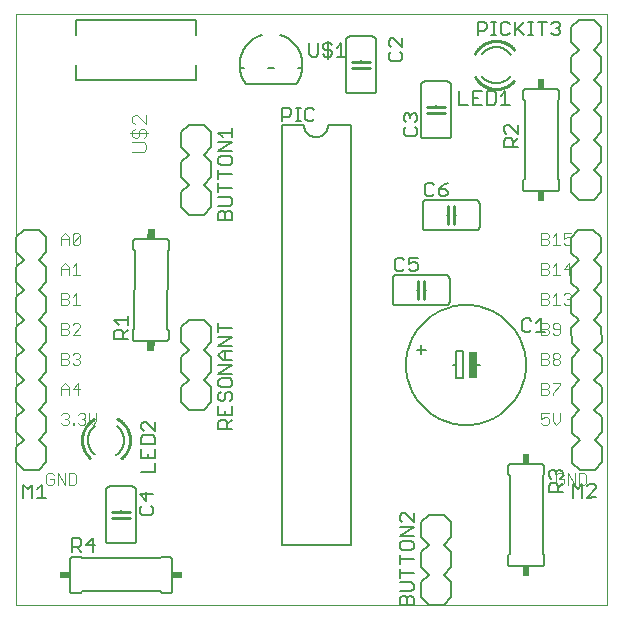
<source format=gto>
G75*
%MOIN*%
%OFA0B0*%
%FSLAX25Y25*%
%IPPOS*%
%LPD*%
%AMOC8*
5,1,8,0,0,1.08239X$1,22.5*
%
%ADD10C,0.00000*%
%ADD11C,0.00300*%
%ADD12C,0.00800*%
%ADD13C,0.00500*%
%ADD14C,0.00600*%
%ADD15R,0.02500X0.09000*%
%ADD16C,0.01000*%
%ADD17R,0.03400X0.02400*%
%ADD18R,0.02400X0.03400*%
%ADD19C,0.00400*%
D10*
X0001800Y0003300D02*
X0001800Y0200150D01*
X0198650Y0200150D01*
X0198650Y0003300D01*
X0001800Y0003300D01*
D11*
X0012567Y0043450D02*
X0011950Y0044067D01*
X0011950Y0046536D01*
X0012567Y0047153D01*
X0013802Y0047153D01*
X0014419Y0046536D01*
X0014419Y0045302D02*
X0013184Y0045302D01*
X0014419Y0045302D02*
X0014419Y0044067D01*
X0013802Y0043450D01*
X0012567Y0043450D01*
X0015633Y0043450D02*
X0015633Y0047153D01*
X0018102Y0043450D01*
X0018102Y0047153D01*
X0019316Y0047153D02*
X0021168Y0047153D01*
X0021785Y0046536D01*
X0021785Y0044067D01*
X0021168Y0043450D01*
X0019316Y0043450D01*
X0019316Y0047153D01*
X0018802Y0063450D02*
X0017567Y0063450D01*
X0016950Y0064067D01*
X0018184Y0065302D02*
X0018802Y0065302D01*
X0019419Y0064684D01*
X0019419Y0064067D01*
X0018802Y0063450D01*
X0020633Y0063450D02*
X0021250Y0063450D01*
X0021250Y0064067D01*
X0020633Y0064067D01*
X0020633Y0063450D01*
X0022475Y0064067D02*
X0023092Y0063450D01*
X0024326Y0063450D01*
X0024943Y0064067D01*
X0024943Y0064684D01*
X0024326Y0065302D01*
X0023709Y0065302D01*
X0024326Y0065302D02*
X0024943Y0065919D01*
X0024943Y0066536D01*
X0024326Y0067153D01*
X0023092Y0067153D01*
X0022475Y0066536D01*
X0019419Y0066536D02*
X0019419Y0065919D01*
X0018802Y0065302D01*
X0019419Y0066536D02*
X0018802Y0067153D01*
X0017567Y0067153D01*
X0016950Y0066536D01*
X0016950Y0073450D02*
X0016950Y0075919D01*
X0018184Y0077153D01*
X0019419Y0075919D01*
X0019419Y0073450D01*
X0019419Y0075302D02*
X0016950Y0075302D01*
X0020633Y0075302D02*
X0023102Y0075302D01*
X0022485Y0077153D02*
X0022485Y0073450D01*
X0020633Y0075302D02*
X0022485Y0077153D01*
X0022485Y0083450D02*
X0021250Y0083450D01*
X0020633Y0084067D01*
X0019419Y0084067D02*
X0019419Y0084684D01*
X0018802Y0085302D01*
X0016950Y0085302D01*
X0016950Y0087153D02*
X0016950Y0083450D01*
X0018802Y0083450D01*
X0019419Y0084067D01*
X0018802Y0085302D02*
X0019419Y0085919D01*
X0019419Y0086536D01*
X0018802Y0087153D01*
X0016950Y0087153D01*
X0020633Y0086536D02*
X0021250Y0087153D01*
X0022485Y0087153D01*
X0023102Y0086536D01*
X0023102Y0085919D01*
X0022485Y0085302D01*
X0023102Y0084684D01*
X0023102Y0084067D01*
X0022485Y0083450D01*
X0022485Y0085302D02*
X0021868Y0085302D01*
X0023102Y0093450D02*
X0020633Y0093450D01*
X0023102Y0095919D01*
X0023102Y0096536D01*
X0022485Y0097153D01*
X0021250Y0097153D01*
X0020633Y0096536D01*
X0019419Y0096536D02*
X0018802Y0097153D01*
X0016950Y0097153D01*
X0016950Y0093450D01*
X0018802Y0093450D01*
X0019419Y0094067D01*
X0019419Y0094684D01*
X0018802Y0095302D01*
X0016950Y0095302D01*
X0018802Y0095302D02*
X0019419Y0095919D01*
X0019419Y0096536D01*
X0018802Y0103450D02*
X0016950Y0103450D01*
X0016950Y0107153D01*
X0018802Y0107153D01*
X0019419Y0106536D01*
X0019419Y0105919D01*
X0018802Y0105302D01*
X0016950Y0105302D01*
X0018802Y0105302D02*
X0019419Y0104684D01*
X0019419Y0104067D01*
X0018802Y0103450D01*
X0020633Y0103450D02*
X0023102Y0103450D01*
X0021868Y0103450D02*
X0021868Y0107153D01*
X0020633Y0105919D01*
X0020633Y0113450D02*
X0023102Y0113450D01*
X0021868Y0113450D02*
X0021868Y0117153D01*
X0020633Y0115919D01*
X0019419Y0115919D02*
X0019419Y0113450D01*
X0019419Y0115302D02*
X0016950Y0115302D01*
X0016950Y0115919D02*
X0018184Y0117153D01*
X0019419Y0115919D01*
X0016950Y0115919D02*
X0016950Y0113450D01*
X0016950Y0123450D02*
X0016950Y0125919D01*
X0018184Y0127153D01*
X0019419Y0125919D01*
X0019419Y0123450D01*
X0020633Y0124067D02*
X0020633Y0126536D01*
X0021250Y0127153D01*
X0022485Y0127153D01*
X0023102Y0126536D01*
X0020633Y0124067D01*
X0021250Y0123450D01*
X0022485Y0123450D01*
X0023102Y0124067D01*
X0023102Y0126536D01*
X0019419Y0125302D02*
X0016950Y0125302D01*
X0026158Y0067153D02*
X0026158Y0064684D01*
X0027392Y0063450D01*
X0028627Y0064684D01*
X0028627Y0067153D01*
X0176950Y0067153D02*
X0176950Y0065302D01*
X0178184Y0065919D01*
X0178802Y0065919D01*
X0179419Y0065302D01*
X0179419Y0064067D01*
X0178802Y0063450D01*
X0177567Y0063450D01*
X0176950Y0064067D01*
X0176950Y0067153D02*
X0179419Y0067153D01*
X0180633Y0067153D02*
X0180633Y0064684D01*
X0181868Y0063450D01*
X0183102Y0064684D01*
X0183102Y0067153D01*
X0180633Y0073450D02*
X0180633Y0074067D01*
X0183102Y0076536D01*
X0183102Y0077153D01*
X0180633Y0077153D01*
X0179419Y0076536D02*
X0179419Y0075919D01*
X0178802Y0075302D01*
X0176950Y0075302D01*
X0176950Y0077153D02*
X0176950Y0073450D01*
X0178802Y0073450D01*
X0179419Y0074067D01*
X0179419Y0074684D01*
X0178802Y0075302D01*
X0179419Y0076536D02*
X0178802Y0077153D01*
X0176950Y0077153D01*
X0176950Y0083450D02*
X0178802Y0083450D01*
X0179419Y0084067D01*
X0179419Y0084684D01*
X0178802Y0085302D01*
X0176950Y0085302D01*
X0176950Y0087153D02*
X0176950Y0083450D01*
X0178802Y0085302D02*
X0179419Y0085919D01*
X0179419Y0086536D01*
X0178802Y0087153D01*
X0176950Y0087153D01*
X0180633Y0086536D02*
X0180633Y0085919D01*
X0181250Y0085302D01*
X0182485Y0085302D01*
X0183102Y0084684D01*
X0183102Y0084067D01*
X0182485Y0083450D01*
X0181250Y0083450D01*
X0180633Y0084067D01*
X0180633Y0084684D01*
X0181250Y0085302D01*
X0182485Y0085302D02*
X0183102Y0085919D01*
X0183102Y0086536D01*
X0182485Y0087153D01*
X0181250Y0087153D01*
X0180633Y0086536D01*
X0181250Y0093450D02*
X0182485Y0093450D01*
X0183102Y0094067D01*
X0183102Y0096536D01*
X0182485Y0097153D01*
X0181250Y0097153D01*
X0180633Y0096536D01*
X0180633Y0095919D01*
X0181250Y0095302D01*
X0183102Y0095302D01*
X0181250Y0093450D02*
X0180633Y0094067D01*
X0179419Y0094067D02*
X0179419Y0094684D01*
X0178802Y0095302D01*
X0176950Y0095302D01*
X0176950Y0097153D02*
X0176950Y0093450D01*
X0178802Y0093450D01*
X0179419Y0094067D01*
X0178802Y0095302D02*
X0179419Y0095919D01*
X0179419Y0096536D01*
X0178802Y0097153D01*
X0176950Y0097153D01*
X0176950Y0103450D02*
X0178802Y0103450D01*
X0179419Y0104067D01*
X0179419Y0104684D01*
X0178802Y0105302D01*
X0176950Y0105302D01*
X0176950Y0107153D02*
X0176950Y0103450D01*
X0178802Y0105302D02*
X0179419Y0105919D01*
X0179419Y0106536D01*
X0178802Y0107153D01*
X0176950Y0107153D01*
X0180633Y0105919D02*
X0181868Y0107153D01*
X0181868Y0103450D01*
X0183102Y0103450D02*
X0180633Y0103450D01*
X0184316Y0104067D02*
X0184933Y0103450D01*
X0186168Y0103450D01*
X0186785Y0104067D01*
X0186785Y0104684D01*
X0186168Y0105302D01*
X0185551Y0105302D01*
X0186168Y0105302D02*
X0186785Y0105919D01*
X0186785Y0106536D01*
X0186168Y0107153D01*
X0184933Y0107153D01*
X0184316Y0106536D01*
X0183102Y0113450D02*
X0180633Y0113450D01*
X0181868Y0113450D02*
X0181868Y0117153D01*
X0180633Y0115919D01*
X0179419Y0115919D02*
X0178802Y0115302D01*
X0176950Y0115302D01*
X0176950Y0117153D02*
X0176950Y0113450D01*
X0178802Y0113450D01*
X0179419Y0114067D01*
X0179419Y0114684D01*
X0178802Y0115302D01*
X0179419Y0115919D02*
X0179419Y0116536D01*
X0178802Y0117153D01*
X0176950Y0117153D01*
X0176950Y0123450D02*
X0178802Y0123450D01*
X0179419Y0124067D01*
X0179419Y0124684D01*
X0178802Y0125302D01*
X0176950Y0125302D01*
X0176950Y0127153D02*
X0176950Y0123450D01*
X0178802Y0125302D02*
X0179419Y0125919D01*
X0179419Y0126536D01*
X0178802Y0127153D01*
X0176950Y0127153D01*
X0180633Y0125919D02*
X0181868Y0127153D01*
X0181868Y0123450D01*
X0183102Y0123450D02*
X0180633Y0123450D01*
X0184316Y0124067D02*
X0184933Y0123450D01*
X0186168Y0123450D01*
X0186785Y0124067D01*
X0186785Y0125302D01*
X0186168Y0125919D01*
X0185551Y0125919D01*
X0184316Y0125302D01*
X0184316Y0127153D01*
X0186785Y0127153D01*
X0186168Y0117153D02*
X0184316Y0115302D01*
X0186785Y0115302D01*
X0186168Y0117153D02*
X0186168Y0113450D01*
X0185633Y0047153D02*
X0188102Y0043450D01*
X0188102Y0047153D01*
X0189316Y0047153D02*
X0191168Y0047153D01*
X0191785Y0046536D01*
X0191785Y0044067D01*
X0191168Y0043450D01*
X0189316Y0043450D01*
X0189316Y0047153D01*
X0185633Y0047153D02*
X0185633Y0043450D01*
X0184419Y0044067D02*
X0184419Y0045302D01*
X0183184Y0045302D01*
X0181950Y0046536D02*
X0181950Y0044067D01*
X0182567Y0043450D01*
X0183802Y0043450D01*
X0184419Y0044067D01*
X0184419Y0046536D02*
X0183802Y0047153D01*
X0182567Y0047153D01*
X0181950Y0046536D01*
D12*
X0187180Y0050775D02*
X0187153Y0055775D01*
X0189640Y0058288D01*
X0187127Y0060775D01*
X0187101Y0065775D01*
X0189588Y0068288D01*
X0187075Y0070775D01*
X0187049Y0075774D01*
X0189536Y0078288D01*
X0187023Y0080774D01*
X0186996Y0085774D01*
X0189483Y0088287D01*
X0186970Y0090774D01*
X0186944Y0095774D01*
X0189431Y0098287D01*
X0186918Y0100774D01*
X0186892Y0105774D01*
X0189379Y0108287D01*
X0186866Y0110774D01*
X0186839Y0115774D01*
X0189326Y0118287D01*
X0186813Y0120774D01*
X0186787Y0125774D01*
X0189274Y0128287D01*
X0194274Y0128313D01*
X0196787Y0125826D01*
X0196813Y0120826D01*
X0194326Y0118313D01*
X0196839Y0115826D01*
X0196865Y0110826D01*
X0194378Y0108313D01*
X0196892Y0105826D01*
X0196918Y0100826D01*
X0194431Y0098313D01*
X0196944Y0095827D01*
X0196970Y0090827D01*
X0194483Y0088314D01*
X0196996Y0085827D01*
X0197022Y0080827D01*
X0194536Y0078314D01*
X0197049Y0075827D01*
X0197075Y0070827D01*
X0194588Y0068314D01*
X0197101Y0065827D01*
X0197127Y0060827D01*
X0194640Y0058314D01*
X0197153Y0055827D01*
X0197180Y0050827D01*
X0194693Y0048314D01*
X0189693Y0048288D01*
X0187180Y0050775D01*
X0146800Y0030800D02*
X0146800Y0025800D01*
X0144300Y0023300D01*
X0146800Y0020800D01*
X0146800Y0015800D01*
X0144300Y0013300D01*
X0146800Y0010800D01*
X0146800Y0005800D01*
X0144300Y0003300D01*
X0139300Y0003300D01*
X0136800Y0005800D01*
X0136800Y0010800D01*
X0139300Y0013300D01*
X0136800Y0015800D01*
X0136800Y0020800D01*
X0139300Y0023300D01*
X0136800Y0025800D01*
X0136800Y0030800D01*
X0139300Y0033300D01*
X0144300Y0033300D01*
X0146800Y0030800D01*
X0066800Y0070800D02*
X0064300Y0068300D01*
X0059300Y0068300D01*
X0056800Y0070800D01*
X0056800Y0075800D01*
X0059300Y0078300D01*
X0056800Y0080800D01*
X0056800Y0085800D01*
X0059300Y0088300D01*
X0056800Y0090800D01*
X0056800Y0095800D01*
X0059300Y0098300D01*
X0064300Y0098300D01*
X0066800Y0095800D01*
X0066800Y0090800D01*
X0064300Y0088300D01*
X0066800Y0085800D01*
X0066800Y0080800D01*
X0064300Y0078300D01*
X0066800Y0075800D01*
X0066800Y0070800D01*
X0011800Y0070800D02*
X0009300Y0068300D01*
X0011800Y0065800D01*
X0011800Y0060800D01*
X0009300Y0058300D01*
X0011800Y0055800D01*
X0011800Y0050800D01*
X0009300Y0048300D01*
X0004300Y0048300D01*
X0001800Y0050800D01*
X0001800Y0055800D01*
X0004300Y0058300D01*
X0001800Y0060800D01*
X0001800Y0065800D01*
X0004300Y0068300D01*
X0001800Y0070800D01*
X0001800Y0075800D01*
X0004300Y0078300D01*
X0001800Y0080800D01*
X0001800Y0085800D01*
X0004300Y0088300D01*
X0001800Y0090800D01*
X0001800Y0095800D01*
X0004300Y0098300D01*
X0001800Y0100800D01*
X0001800Y0105800D01*
X0004300Y0108300D01*
X0001800Y0110800D01*
X0001800Y0115800D01*
X0004300Y0118300D01*
X0001800Y0120800D01*
X0001800Y0125800D01*
X0004300Y0128300D01*
X0009300Y0128300D01*
X0011800Y0125800D01*
X0011800Y0120800D01*
X0009300Y0118300D01*
X0011800Y0115800D01*
X0011800Y0110800D01*
X0009300Y0108300D01*
X0011800Y0105800D01*
X0011800Y0100800D01*
X0009300Y0098300D01*
X0011800Y0095800D01*
X0011800Y0090800D01*
X0009300Y0088300D01*
X0011800Y0085800D01*
X0011800Y0080800D01*
X0009300Y0078300D01*
X0011800Y0075800D01*
X0011800Y0070800D01*
X0059300Y0133300D02*
X0064300Y0133300D01*
X0066800Y0135800D01*
X0066800Y0140800D01*
X0064300Y0143300D01*
X0066800Y0145800D01*
X0066800Y0150800D01*
X0064300Y0153300D01*
X0066800Y0155800D01*
X0066800Y0160800D01*
X0064300Y0163300D01*
X0059300Y0163300D01*
X0056800Y0160800D01*
X0056800Y0155800D01*
X0059300Y0153300D01*
X0056800Y0150800D01*
X0056800Y0145800D01*
X0059300Y0143300D01*
X0056800Y0140800D01*
X0056800Y0135800D01*
X0059300Y0133300D01*
X0061800Y0178300D02*
X0021800Y0178300D01*
X0021800Y0183300D01*
X0021800Y0193300D02*
X0021800Y0198300D01*
X0061800Y0198300D01*
X0061800Y0193300D01*
X0061800Y0183300D02*
X0061800Y0178300D01*
X0186800Y0175800D02*
X0186800Y0170800D01*
X0189300Y0168300D01*
X0186800Y0165800D01*
X0186800Y0160800D01*
X0189300Y0158300D01*
X0186800Y0155800D01*
X0186800Y0150800D01*
X0189300Y0148300D01*
X0186800Y0145800D01*
X0186800Y0140800D01*
X0189300Y0138300D01*
X0194300Y0138300D01*
X0196800Y0140800D01*
X0196800Y0145800D01*
X0194300Y0148300D01*
X0196800Y0150800D01*
X0196800Y0155800D01*
X0194300Y0158300D01*
X0196800Y0160800D01*
X0196800Y0165800D01*
X0194300Y0168300D01*
X0196800Y0170800D01*
X0196800Y0175800D01*
X0194300Y0178300D01*
X0196800Y0180800D01*
X0196800Y0185800D01*
X0194300Y0188300D01*
X0196800Y0190800D01*
X0196800Y0195800D01*
X0194300Y0198300D01*
X0189300Y0198300D01*
X0186800Y0195800D01*
X0186800Y0190800D01*
X0189300Y0188300D01*
X0186800Y0185800D01*
X0186800Y0180800D01*
X0189300Y0178300D01*
X0186800Y0175800D01*
D13*
X0182498Y0193250D02*
X0180997Y0193250D01*
X0180246Y0194001D01*
X0181747Y0195502D02*
X0182498Y0195502D01*
X0183249Y0194751D01*
X0183249Y0194001D01*
X0182498Y0193250D01*
X0182498Y0195502D02*
X0183249Y0196253D01*
X0183249Y0197003D01*
X0182498Y0197754D01*
X0180997Y0197754D01*
X0180246Y0197003D01*
X0178645Y0197754D02*
X0175642Y0197754D01*
X0177143Y0197754D02*
X0177143Y0193250D01*
X0174074Y0193250D02*
X0172573Y0193250D01*
X0173323Y0193250D02*
X0173323Y0197754D01*
X0172573Y0197754D02*
X0174074Y0197754D01*
X0170971Y0197754D02*
X0167969Y0194751D01*
X0168720Y0195502D02*
X0170971Y0193250D01*
X0167969Y0193250D02*
X0167969Y0197754D01*
X0166368Y0197003D02*
X0165617Y0197754D01*
X0164116Y0197754D01*
X0163365Y0197003D01*
X0163365Y0194001D01*
X0164116Y0193250D01*
X0165617Y0193250D01*
X0166368Y0194001D01*
X0161797Y0193250D02*
X0160296Y0193250D01*
X0161046Y0193250D02*
X0161046Y0197754D01*
X0160296Y0197754D02*
X0161797Y0197754D01*
X0158694Y0197003D02*
X0158694Y0195502D01*
X0157944Y0194751D01*
X0155692Y0194751D01*
X0155692Y0193250D02*
X0155692Y0197754D01*
X0157944Y0197754D01*
X0158694Y0197003D01*
X0158758Y0174554D02*
X0161010Y0174554D01*
X0161760Y0173803D01*
X0161760Y0170801D01*
X0161010Y0170050D01*
X0158758Y0170050D01*
X0158758Y0174554D01*
X0157156Y0174554D02*
X0154154Y0174554D01*
X0154154Y0170050D01*
X0157156Y0170050D01*
X0155655Y0172302D02*
X0154154Y0172302D01*
X0152553Y0170050D02*
X0149550Y0170050D01*
X0149550Y0174554D01*
X0163362Y0173053D02*
X0164863Y0174554D01*
X0164863Y0170050D01*
X0163362Y0170050D02*
X0166364Y0170050D01*
X0166047Y0163449D02*
X0165297Y0163449D01*
X0164546Y0162698D01*
X0164546Y0161197D01*
X0165297Y0160446D01*
X0165297Y0158845D02*
X0166798Y0158845D01*
X0167549Y0158094D01*
X0167549Y0155842D01*
X0169050Y0155842D02*
X0164546Y0155842D01*
X0164546Y0158094D01*
X0165297Y0158845D01*
X0167549Y0157343D02*
X0169050Y0158845D01*
X0169050Y0160446D02*
X0166047Y0163449D01*
X0169050Y0163449D02*
X0169050Y0160446D01*
X0145656Y0144054D02*
X0144155Y0143303D01*
X0142654Y0141802D01*
X0144906Y0141802D01*
X0145656Y0141051D01*
X0145656Y0140301D01*
X0144906Y0139550D01*
X0143405Y0139550D01*
X0142654Y0140301D01*
X0142654Y0141802D01*
X0141053Y0143303D02*
X0140302Y0144054D01*
X0138801Y0144054D01*
X0138050Y0143303D01*
X0138050Y0140301D01*
X0138801Y0139550D01*
X0140302Y0139550D01*
X0141053Y0140301D01*
X0134799Y0159550D02*
X0131797Y0159550D01*
X0131046Y0160301D01*
X0131046Y0161802D01*
X0131797Y0162553D01*
X0131797Y0164154D02*
X0131046Y0164905D01*
X0131046Y0166406D01*
X0131797Y0167156D01*
X0132547Y0167156D01*
X0133298Y0166406D01*
X0134049Y0167156D01*
X0134799Y0167156D01*
X0135550Y0166406D01*
X0135550Y0164905D01*
X0134799Y0164154D01*
X0134799Y0162553D02*
X0135550Y0161802D01*
X0135550Y0160301D01*
X0134799Y0159550D01*
X0133298Y0165655D02*
X0133298Y0166406D01*
X0129799Y0184550D02*
X0126797Y0184550D01*
X0126046Y0185301D01*
X0126046Y0186802D01*
X0126797Y0187553D01*
X0126797Y0189154D02*
X0126046Y0189905D01*
X0126046Y0191406D01*
X0126797Y0192156D01*
X0127547Y0192156D01*
X0130550Y0189154D01*
X0130550Y0192156D01*
X0129799Y0187553D02*
X0130550Y0186802D01*
X0130550Y0185301D01*
X0129799Y0184550D01*
X0111760Y0186050D02*
X0108758Y0186050D01*
X0110259Y0186050D02*
X0110259Y0190554D01*
X0108758Y0189053D01*
X0107156Y0189803D02*
X0106406Y0190554D01*
X0104905Y0190554D01*
X0104154Y0189803D01*
X0104154Y0189053D01*
X0104905Y0188302D01*
X0106406Y0188302D01*
X0107156Y0187551D01*
X0107156Y0186801D01*
X0106406Y0186050D01*
X0104905Y0186050D01*
X0104154Y0186801D01*
X0102553Y0186801D02*
X0102553Y0190554D01*
X0105655Y0191304D02*
X0105655Y0185299D01*
X0102553Y0186801D02*
X0101802Y0186050D01*
X0100301Y0186050D01*
X0099550Y0186801D01*
X0099550Y0190554D01*
X0097252Y0182300D02*
X0095673Y0182300D01*
X0095046Y0176800D02*
X0078554Y0176800D01*
X0077927Y0182300D02*
X0076348Y0182300D01*
X0085673Y0182300D02*
X0087927Y0182300D01*
X0078554Y0176800D02*
X0078401Y0176999D01*
X0078253Y0177201D01*
X0078110Y0177406D01*
X0077972Y0177615D01*
X0077839Y0177827D01*
X0077711Y0178042D01*
X0077589Y0178260D01*
X0077471Y0178481D01*
X0077359Y0178705D01*
X0077252Y0178931D01*
X0077151Y0179160D01*
X0077055Y0179391D01*
X0076964Y0179625D01*
X0076879Y0179860D01*
X0076800Y0180098D01*
X0076727Y0180337D01*
X0076659Y0180578D01*
X0076597Y0180820D01*
X0076541Y0181064D01*
X0076490Y0181310D01*
X0076446Y0181556D01*
X0076407Y0181803D01*
X0076375Y0182051D01*
X0076348Y0182300D01*
X0089896Y0193333D02*
X0090138Y0193255D01*
X0090378Y0193171D01*
X0090616Y0193082D01*
X0090852Y0192986D01*
X0091086Y0192885D01*
X0091317Y0192779D01*
X0091545Y0192666D01*
X0091771Y0192549D01*
X0091994Y0192426D01*
X0092213Y0192297D01*
X0092430Y0192163D01*
X0092643Y0192024D01*
X0092853Y0191880D01*
X0093059Y0191731D01*
X0093261Y0191577D01*
X0093460Y0191418D01*
X0093655Y0191254D01*
X0093846Y0191085D01*
X0094032Y0190912D01*
X0094215Y0190735D01*
X0094393Y0190553D01*
X0094566Y0190367D01*
X0094735Y0190176D01*
X0094899Y0189982D01*
X0095059Y0189784D01*
X0095214Y0189582D01*
X0095363Y0189376D01*
X0095508Y0189167D01*
X0095648Y0188954D01*
X0095782Y0188738D01*
X0095911Y0188518D01*
X0096035Y0188296D01*
X0096154Y0188071D01*
X0096266Y0187843D01*
X0096374Y0187612D01*
X0096475Y0187379D01*
X0096571Y0187143D01*
X0096662Y0186905D01*
X0096746Y0186665D01*
X0096825Y0186423D01*
X0096898Y0186179D01*
X0096964Y0185933D01*
X0097025Y0185686D01*
X0097080Y0185438D01*
X0097129Y0185188D01*
X0097172Y0184937D01*
X0097208Y0184685D01*
X0097239Y0184433D01*
X0097263Y0184179D01*
X0097281Y0183926D01*
X0097293Y0183671D01*
X0097299Y0183417D01*
X0097299Y0183162D01*
X0097293Y0182908D01*
X0097280Y0182654D01*
X0097261Y0182400D01*
X0097236Y0182147D01*
X0097205Y0181894D01*
X0097168Y0181642D01*
X0097125Y0181392D01*
X0097076Y0181142D01*
X0097021Y0180893D01*
X0096959Y0180646D01*
X0096892Y0180401D01*
X0096819Y0180157D01*
X0096740Y0179915D01*
X0096655Y0179676D01*
X0096564Y0179438D01*
X0096467Y0179202D01*
X0096365Y0178969D01*
X0096257Y0178739D01*
X0096144Y0178511D01*
X0096025Y0178286D01*
X0095901Y0178064D01*
X0095772Y0177845D01*
X0095637Y0177629D01*
X0095497Y0177416D01*
X0095351Y0177207D01*
X0095201Y0177002D01*
X0095046Y0176800D01*
X0095154Y0169054D02*
X0096655Y0169054D01*
X0095905Y0169054D02*
X0095905Y0164550D01*
X0096655Y0164550D02*
X0095154Y0164550D01*
X0093553Y0166802D02*
X0092802Y0166051D01*
X0090550Y0166051D01*
X0090550Y0164550D02*
X0090550Y0169054D01*
X0092802Y0169054D01*
X0093553Y0168303D01*
X0093553Y0166802D01*
X0098223Y0168303D02*
X0098223Y0165301D01*
X0098974Y0164550D01*
X0100475Y0164550D01*
X0101226Y0165301D01*
X0101226Y0168303D02*
X0100475Y0169054D01*
X0098974Y0169054D01*
X0098223Y0168303D01*
X0076348Y0182300D02*
X0076326Y0182555D01*
X0076311Y0182811D01*
X0076303Y0183067D01*
X0076300Y0183324D01*
X0076304Y0183580D01*
X0076314Y0183836D01*
X0076330Y0184092D01*
X0076352Y0184347D01*
X0076381Y0184602D01*
X0076416Y0184856D01*
X0076457Y0185109D01*
X0076504Y0185361D01*
X0076558Y0185611D01*
X0076617Y0185860D01*
X0076683Y0186108D01*
X0076754Y0186354D01*
X0076832Y0186599D01*
X0076915Y0186841D01*
X0077004Y0187081D01*
X0077100Y0187319D01*
X0077201Y0187555D01*
X0077307Y0187788D01*
X0077420Y0188018D01*
X0077538Y0188246D01*
X0077661Y0188470D01*
X0077790Y0188692D01*
X0077924Y0188910D01*
X0078064Y0189125D01*
X0078209Y0189336D01*
X0078359Y0189544D01*
X0078513Y0189748D01*
X0078673Y0189949D01*
X0078838Y0190145D01*
X0079007Y0190337D01*
X0079182Y0190526D01*
X0079360Y0190709D01*
X0079543Y0190889D01*
X0079731Y0191064D01*
X0079922Y0191234D01*
X0080118Y0191399D01*
X0080318Y0191560D01*
X0080521Y0191716D01*
X0080728Y0191866D01*
X0080939Y0192012D01*
X0081154Y0192153D01*
X0081371Y0192288D01*
X0081592Y0192418D01*
X0081816Y0192542D01*
X0082043Y0192661D01*
X0082273Y0192774D01*
X0082506Y0192882D01*
X0082741Y0192984D01*
X0082979Y0193080D01*
X0083218Y0193170D01*
X0083460Y0193255D01*
X0083704Y0193333D01*
X0073750Y0162249D02*
X0073750Y0159246D01*
X0073750Y0160747D02*
X0069246Y0160747D01*
X0070747Y0159246D01*
X0069246Y0157645D02*
X0073750Y0157645D01*
X0069246Y0154642D01*
X0073750Y0154642D01*
X0072999Y0153041D02*
X0069997Y0153041D01*
X0069246Y0152290D01*
X0069246Y0150789D01*
X0069997Y0150038D01*
X0072999Y0150038D01*
X0073750Y0150789D01*
X0073750Y0152290D01*
X0072999Y0153041D01*
X0069246Y0148437D02*
X0069246Y0145434D01*
X0069246Y0146936D02*
X0073750Y0146936D01*
X0069246Y0143833D02*
X0069246Y0140830D01*
X0069246Y0142332D02*
X0073750Y0142332D01*
X0072999Y0139229D02*
X0069246Y0139229D01*
X0069246Y0136226D02*
X0072999Y0136226D01*
X0073750Y0136977D01*
X0073750Y0138478D01*
X0072999Y0139229D01*
X0072999Y0134625D02*
X0073750Y0133874D01*
X0073750Y0131622D01*
X0069246Y0131622D01*
X0069246Y0133874D01*
X0069997Y0134625D01*
X0070747Y0134625D01*
X0071498Y0133874D01*
X0071498Y0131622D01*
X0071498Y0133874D02*
X0072249Y0134625D01*
X0072999Y0134625D01*
X0039035Y0099670D02*
X0039030Y0096667D01*
X0039032Y0098169D02*
X0034528Y0098177D01*
X0036027Y0096673D01*
X0035274Y0095073D02*
X0036775Y0095070D01*
X0037524Y0094318D01*
X0037520Y0092066D01*
X0037523Y0093567D02*
X0039027Y0095066D01*
X0039022Y0092064D02*
X0034518Y0092071D01*
X0034522Y0094323D01*
X0035274Y0095073D01*
X0044307Y0064427D02*
X0043556Y0063677D01*
X0043553Y0062176D01*
X0044302Y0061424D01*
X0044299Y0059823D02*
X0043548Y0059073D01*
X0043544Y0056822D01*
X0048047Y0056814D01*
X0048051Y0059066D01*
X0047302Y0059818D01*
X0044299Y0059823D01*
X0048055Y0061418D02*
X0045058Y0064425D01*
X0044307Y0064427D01*
X0048061Y0064420D02*
X0048055Y0061418D01*
X0048045Y0055212D02*
X0048039Y0052210D01*
X0043536Y0052218D01*
X0043541Y0055220D01*
X0045790Y0053715D02*
X0045787Y0052214D01*
X0048037Y0050608D02*
X0048031Y0047606D01*
X0043527Y0047614D01*
X0045298Y0040949D02*
X0045298Y0037946D01*
X0043046Y0040198D01*
X0047550Y0040198D01*
X0046799Y0036345D02*
X0047550Y0035594D01*
X0047550Y0034093D01*
X0046799Y0033342D01*
X0043797Y0033342D01*
X0043046Y0034093D01*
X0043046Y0035594D01*
X0043797Y0036345D01*
X0028156Y0023302D02*
X0025154Y0023302D01*
X0027406Y0025554D01*
X0027406Y0021050D01*
X0023553Y0021050D02*
X0022051Y0022551D01*
X0022802Y0022551D02*
X0020550Y0022551D01*
X0020550Y0021050D02*
X0020550Y0025554D01*
X0022802Y0025554D01*
X0023553Y0024803D01*
X0023553Y0023302D01*
X0022802Y0022551D01*
X0011856Y0038850D02*
X0008854Y0038850D01*
X0010355Y0038850D02*
X0010355Y0043354D01*
X0008854Y0041853D01*
X0007253Y0043354D02*
X0007253Y0038850D01*
X0004250Y0038850D02*
X0004250Y0043354D01*
X0005751Y0041853D01*
X0007253Y0043354D01*
X0069246Y0062019D02*
X0069246Y0064270D01*
X0069997Y0065021D01*
X0071498Y0065021D01*
X0072249Y0064270D01*
X0072249Y0062019D01*
X0072249Y0063520D02*
X0073750Y0065021D01*
X0073750Y0066622D02*
X0073750Y0069625D01*
X0072999Y0071226D02*
X0073750Y0071977D01*
X0073750Y0073478D01*
X0072999Y0074229D01*
X0072249Y0074229D01*
X0071498Y0073478D01*
X0071498Y0071977D01*
X0070747Y0071226D01*
X0069997Y0071226D01*
X0069246Y0071977D01*
X0069246Y0073478D01*
X0069997Y0074229D01*
X0069997Y0075830D02*
X0072999Y0075830D01*
X0073750Y0076581D01*
X0073750Y0078082D01*
X0072999Y0078833D01*
X0069997Y0078833D01*
X0069246Y0078082D01*
X0069246Y0076581D01*
X0069997Y0075830D01*
X0069246Y0080434D02*
X0073750Y0083437D01*
X0069246Y0083437D01*
X0070747Y0085038D02*
X0069246Y0086539D01*
X0070747Y0088041D01*
X0073750Y0088041D01*
X0073750Y0089642D02*
X0069246Y0089642D01*
X0073750Y0092645D01*
X0069246Y0092645D01*
X0069246Y0094246D02*
X0069246Y0097249D01*
X0069246Y0095747D02*
X0073750Y0095747D01*
X0071498Y0088041D02*
X0071498Y0085038D01*
X0070747Y0085038D02*
X0073750Y0085038D01*
X0073750Y0080434D02*
X0069246Y0080434D01*
X0069246Y0069625D02*
X0069246Y0066622D01*
X0073750Y0066622D01*
X0071498Y0066622D02*
X0071498Y0068124D01*
X0073750Y0062019D02*
X0069246Y0062019D01*
X0128050Y0115301D02*
X0128801Y0114550D01*
X0130302Y0114550D01*
X0131053Y0115301D01*
X0132654Y0115301D02*
X0133405Y0114550D01*
X0134906Y0114550D01*
X0135656Y0115301D01*
X0135656Y0116802D01*
X0134906Y0117553D01*
X0134155Y0117553D01*
X0132654Y0116802D01*
X0132654Y0119054D01*
X0135656Y0119054D01*
X0131053Y0118303D02*
X0130302Y0119054D01*
X0128801Y0119054D01*
X0128050Y0118303D01*
X0128050Y0115301D01*
X0170550Y0098103D02*
X0170550Y0095101D01*
X0171301Y0094350D01*
X0172802Y0094350D01*
X0173553Y0095101D01*
X0175154Y0094350D02*
X0178156Y0094350D01*
X0176655Y0094350D02*
X0176655Y0098854D01*
X0175154Y0097353D01*
X0173553Y0098103D02*
X0172802Y0098854D01*
X0171301Y0098854D01*
X0170550Y0098103D01*
X0180297Y0048449D02*
X0181047Y0048449D01*
X0181798Y0047698D01*
X0182549Y0048449D01*
X0183299Y0048449D01*
X0184050Y0047698D01*
X0184050Y0046197D01*
X0183299Y0045446D01*
X0184050Y0043845D02*
X0182549Y0042343D01*
X0182549Y0043094D02*
X0182549Y0040842D01*
X0184050Y0040842D02*
X0179546Y0040842D01*
X0179546Y0043094D01*
X0180297Y0043845D01*
X0181798Y0043845D01*
X0182549Y0043094D01*
X0180297Y0045446D02*
X0179546Y0046197D01*
X0179546Y0047698D01*
X0180297Y0048449D01*
X0181798Y0047698D02*
X0181798Y0046947D01*
X0187471Y0043601D02*
X0188980Y0042108D01*
X0190474Y0043617D01*
X0190497Y0039113D01*
X0192099Y0039122D02*
X0195085Y0042140D01*
X0195082Y0042890D01*
X0194327Y0043637D01*
X0192826Y0043629D01*
X0192079Y0042875D01*
X0192099Y0039122D02*
X0195101Y0039137D01*
X0187495Y0039097D02*
X0187471Y0043601D01*
X0134350Y0033876D02*
X0134350Y0030874D01*
X0131347Y0033876D01*
X0130597Y0033876D01*
X0129846Y0033125D01*
X0129846Y0031624D01*
X0130597Y0030874D01*
X0129846Y0029272D02*
X0134350Y0029272D01*
X0129846Y0026270D01*
X0134350Y0026270D01*
X0133599Y0024668D02*
X0130597Y0024668D01*
X0129846Y0023918D01*
X0129846Y0022416D01*
X0130597Y0021666D01*
X0133599Y0021666D01*
X0134350Y0022416D01*
X0134350Y0023918D01*
X0133599Y0024668D01*
X0129846Y0020064D02*
X0129846Y0017062D01*
X0129846Y0018563D02*
X0134350Y0018563D01*
X0129846Y0015460D02*
X0129846Y0012458D01*
X0129846Y0013959D02*
X0134350Y0013959D01*
X0133599Y0010856D02*
X0129846Y0010856D01*
X0133599Y0010856D02*
X0134350Y0010106D01*
X0134350Y0008605D01*
X0133599Y0007854D01*
X0129846Y0007854D01*
X0130597Y0006253D02*
X0131347Y0006253D01*
X0132098Y0005502D01*
X0132098Y0003250D01*
X0129846Y0003250D02*
X0129846Y0005502D01*
X0130597Y0006253D01*
X0132098Y0005502D02*
X0132849Y0006253D01*
X0133599Y0006253D01*
X0134350Y0005502D01*
X0134350Y0003250D01*
X0129846Y0003250D01*
D14*
X0113300Y0023300D02*
X0090300Y0023300D01*
X0090300Y0163300D01*
X0097800Y0163300D01*
X0097802Y0163174D01*
X0097808Y0163049D01*
X0097818Y0162924D01*
X0097832Y0162799D01*
X0097849Y0162674D01*
X0097871Y0162550D01*
X0097896Y0162427D01*
X0097926Y0162305D01*
X0097959Y0162184D01*
X0097996Y0162064D01*
X0098036Y0161945D01*
X0098081Y0161828D01*
X0098129Y0161711D01*
X0098181Y0161597D01*
X0098236Y0161484D01*
X0098295Y0161373D01*
X0098357Y0161264D01*
X0098423Y0161157D01*
X0098492Y0161052D01*
X0098564Y0160949D01*
X0098639Y0160848D01*
X0098718Y0160750D01*
X0098800Y0160655D01*
X0098884Y0160562D01*
X0098972Y0160472D01*
X0099062Y0160384D01*
X0099155Y0160300D01*
X0099250Y0160218D01*
X0099348Y0160139D01*
X0099449Y0160064D01*
X0099552Y0159992D01*
X0099657Y0159923D01*
X0099764Y0159857D01*
X0099873Y0159795D01*
X0099984Y0159736D01*
X0100097Y0159681D01*
X0100211Y0159629D01*
X0100328Y0159581D01*
X0100445Y0159536D01*
X0100564Y0159496D01*
X0100684Y0159459D01*
X0100805Y0159426D01*
X0100927Y0159396D01*
X0101050Y0159371D01*
X0101174Y0159349D01*
X0101299Y0159332D01*
X0101424Y0159318D01*
X0101549Y0159308D01*
X0101674Y0159302D01*
X0101800Y0159300D01*
X0101926Y0159302D01*
X0102051Y0159308D01*
X0102176Y0159318D01*
X0102301Y0159332D01*
X0102426Y0159349D01*
X0102550Y0159371D01*
X0102673Y0159396D01*
X0102795Y0159426D01*
X0102916Y0159459D01*
X0103036Y0159496D01*
X0103155Y0159536D01*
X0103272Y0159581D01*
X0103389Y0159629D01*
X0103503Y0159681D01*
X0103616Y0159736D01*
X0103727Y0159795D01*
X0103836Y0159857D01*
X0103943Y0159923D01*
X0104048Y0159992D01*
X0104151Y0160064D01*
X0104252Y0160139D01*
X0104350Y0160218D01*
X0104445Y0160300D01*
X0104538Y0160384D01*
X0104628Y0160472D01*
X0104716Y0160562D01*
X0104800Y0160655D01*
X0104882Y0160750D01*
X0104961Y0160848D01*
X0105036Y0160949D01*
X0105108Y0161052D01*
X0105177Y0161157D01*
X0105243Y0161264D01*
X0105305Y0161373D01*
X0105364Y0161484D01*
X0105419Y0161597D01*
X0105471Y0161711D01*
X0105519Y0161828D01*
X0105564Y0161945D01*
X0105604Y0162064D01*
X0105641Y0162184D01*
X0105674Y0162305D01*
X0105704Y0162427D01*
X0105729Y0162550D01*
X0105751Y0162674D01*
X0105768Y0162799D01*
X0105782Y0162924D01*
X0105792Y0163049D01*
X0105798Y0163174D01*
X0105800Y0163300D01*
X0113300Y0163300D01*
X0113300Y0023300D01*
X0165800Y0019800D02*
X0165800Y0017300D01*
X0165802Y0017240D01*
X0165807Y0017179D01*
X0165816Y0017120D01*
X0165829Y0017061D01*
X0165845Y0017002D01*
X0165865Y0016945D01*
X0165888Y0016890D01*
X0165915Y0016835D01*
X0165944Y0016783D01*
X0165977Y0016732D01*
X0166013Y0016683D01*
X0166051Y0016637D01*
X0166093Y0016593D01*
X0166137Y0016551D01*
X0166183Y0016513D01*
X0166232Y0016477D01*
X0166283Y0016444D01*
X0166335Y0016415D01*
X0166390Y0016388D01*
X0166445Y0016365D01*
X0166502Y0016345D01*
X0166561Y0016329D01*
X0166620Y0016316D01*
X0166679Y0016307D01*
X0166740Y0016302D01*
X0166800Y0016300D01*
X0176800Y0016300D01*
X0176860Y0016302D01*
X0176921Y0016307D01*
X0176980Y0016316D01*
X0177039Y0016329D01*
X0177098Y0016345D01*
X0177155Y0016365D01*
X0177210Y0016388D01*
X0177265Y0016415D01*
X0177317Y0016444D01*
X0177368Y0016477D01*
X0177417Y0016513D01*
X0177463Y0016551D01*
X0177507Y0016593D01*
X0177549Y0016637D01*
X0177587Y0016683D01*
X0177623Y0016732D01*
X0177656Y0016783D01*
X0177685Y0016835D01*
X0177712Y0016890D01*
X0177735Y0016945D01*
X0177755Y0017002D01*
X0177771Y0017061D01*
X0177784Y0017120D01*
X0177793Y0017179D01*
X0177798Y0017240D01*
X0177800Y0017300D01*
X0177800Y0019800D01*
X0177300Y0020300D01*
X0177300Y0046300D01*
X0177800Y0046800D01*
X0177800Y0049300D01*
X0177798Y0049360D01*
X0177793Y0049421D01*
X0177784Y0049480D01*
X0177771Y0049539D01*
X0177755Y0049598D01*
X0177735Y0049655D01*
X0177712Y0049710D01*
X0177685Y0049765D01*
X0177656Y0049817D01*
X0177623Y0049868D01*
X0177587Y0049917D01*
X0177549Y0049963D01*
X0177507Y0050007D01*
X0177463Y0050049D01*
X0177417Y0050087D01*
X0177368Y0050123D01*
X0177317Y0050156D01*
X0177265Y0050185D01*
X0177210Y0050212D01*
X0177155Y0050235D01*
X0177098Y0050255D01*
X0177039Y0050271D01*
X0176980Y0050284D01*
X0176921Y0050293D01*
X0176860Y0050298D01*
X0176800Y0050300D01*
X0166800Y0050300D01*
X0166740Y0050298D01*
X0166679Y0050293D01*
X0166620Y0050284D01*
X0166561Y0050271D01*
X0166502Y0050255D01*
X0166445Y0050235D01*
X0166390Y0050212D01*
X0166335Y0050185D01*
X0166283Y0050156D01*
X0166232Y0050123D01*
X0166183Y0050087D01*
X0166137Y0050049D01*
X0166093Y0050007D01*
X0166051Y0049963D01*
X0166013Y0049917D01*
X0165977Y0049868D01*
X0165944Y0049817D01*
X0165915Y0049765D01*
X0165888Y0049710D01*
X0165865Y0049655D01*
X0165845Y0049598D01*
X0165829Y0049539D01*
X0165816Y0049480D01*
X0165807Y0049421D01*
X0165802Y0049360D01*
X0165800Y0049300D01*
X0165800Y0046800D01*
X0166300Y0046300D01*
X0166300Y0020300D01*
X0165800Y0019800D01*
X0150800Y0078800D02*
X0148300Y0078800D01*
X0148300Y0083300D01*
X0148300Y0087800D01*
X0150800Y0087800D01*
X0150800Y0078800D01*
X0131800Y0083300D02*
X0131806Y0083791D01*
X0131824Y0084281D01*
X0131854Y0084771D01*
X0131896Y0085260D01*
X0131950Y0085748D01*
X0132016Y0086235D01*
X0132094Y0086719D01*
X0132184Y0087202D01*
X0132286Y0087682D01*
X0132399Y0088160D01*
X0132524Y0088634D01*
X0132661Y0089106D01*
X0132809Y0089574D01*
X0132969Y0090038D01*
X0133140Y0090498D01*
X0133322Y0090954D01*
X0133516Y0091405D01*
X0133720Y0091851D01*
X0133936Y0092292D01*
X0134162Y0092728D01*
X0134398Y0093158D01*
X0134645Y0093582D01*
X0134903Y0094000D01*
X0135171Y0094411D01*
X0135448Y0094816D01*
X0135736Y0095214D01*
X0136033Y0095605D01*
X0136340Y0095988D01*
X0136656Y0096363D01*
X0136981Y0096731D01*
X0137315Y0097091D01*
X0137658Y0097442D01*
X0138009Y0097785D01*
X0138369Y0098119D01*
X0138737Y0098444D01*
X0139112Y0098760D01*
X0139495Y0099067D01*
X0139886Y0099364D01*
X0140284Y0099652D01*
X0140689Y0099929D01*
X0141100Y0100197D01*
X0141518Y0100455D01*
X0141942Y0100702D01*
X0142372Y0100938D01*
X0142808Y0101164D01*
X0143249Y0101380D01*
X0143695Y0101584D01*
X0144146Y0101778D01*
X0144602Y0101960D01*
X0145062Y0102131D01*
X0145526Y0102291D01*
X0145994Y0102439D01*
X0146466Y0102576D01*
X0146940Y0102701D01*
X0147418Y0102814D01*
X0147898Y0102916D01*
X0148381Y0103006D01*
X0148865Y0103084D01*
X0149352Y0103150D01*
X0149840Y0103204D01*
X0150329Y0103246D01*
X0150819Y0103276D01*
X0151309Y0103294D01*
X0151800Y0103300D01*
X0152291Y0103294D01*
X0152781Y0103276D01*
X0153271Y0103246D01*
X0153760Y0103204D01*
X0154248Y0103150D01*
X0154735Y0103084D01*
X0155219Y0103006D01*
X0155702Y0102916D01*
X0156182Y0102814D01*
X0156660Y0102701D01*
X0157134Y0102576D01*
X0157606Y0102439D01*
X0158074Y0102291D01*
X0158538Y0102131D01*
X0158998Y0101960D01*
X0159454Y0101778D01*
X0159905Y0101584D01*
X0160351Y0101380D01*
X0160792Y0101164D01*
X0161228Y0100938D01*
X0161658Y0100702D01*
X0162082Y0100455D01*
X0162500Y0100197D01*
X0162911Y0099929D01*
X0163316Y0099652D01*
X0163714Y0099364D01*
X0164105Y0099067D01*
X0164488Y0098760D01*
X0164863Y0098444D01*
X0165231Y0098119D01*
X0165591Y0097785D01*
X0165942Y0097442D01*
X0166285Y0097091D01*
X0166619Y0096731D01*
X0166944Y0096363D01*
X0167260Y0095988D01*
X0167567Y0095605D01*
X0167864Y0095214D01*
X0168152Y0094816D01*
X0168429Y0094411D01*
X0168697Y0094000D01*
X0168955Y0093582D01*
X0169202Y0093158D01*
X0169438Y0092728D01*
X0169664Y0092292D01*
X0169880Y0091851D01*
X0170084Y0091405D01*
X0170278Y0090954D01*
X0170460Y0090498D01*
X0170631Y0090038D01*
X0170791Y0089574D01*
X0170939Y0089106D01*
X0171076Y0088634D01*
X0171201Y0088160D01*
X0171314Y0087682D01*
X0171416Y0087202D01*
X0171506Y0086719D01*
X0171584Y0086235D01*
X0171650Y0085748D01*
X0171704Y0085260D01*
X0171746Y0084771D01*
X0171776Y0084281D01*
X0171794Y0083791D01*
X0171800Y0083300D01*
X0171794Y0082809D01*
X0171776Y0082319D01*
X0171746Y0081829D01*
X0171704Y0081340D01*
X0171650Y0080852D01*
X0171584Y0080365D01*
X0171506Y0079881D01*
X0171416Y0079398D01*
X0171314Y0078918D01*
X0171201Y0078440D01*
X0171076Y0077966D01*
X0170939Y0077494D01*
X0170791Y0077026D01*
X0170631Y0076562D01*
X0170460Y0076102D01*
X0170278Y0075646D01*
X0170084Y0075195D01*
X0169880Y0074749D01*
X0169664Y0074308D01*
X0169438Y0073872D01*
X0169202Y0073442D01*
X0168955Y0073018D01*
X0168697Y0072600D01*
X0168429Y0072189D01*
X0168152Y0071784D01*
X0167864Y0071386D01*
X0167567Y0070995D01*
X0167260Y0070612D01*
X0166944Y0070237D01*
X0166619Y0069869D01*
X0166285Y0069509D01*
X0165942Y0069158D01*
X0165591Y0068815D01*
X0165231Y0068481D01*
X0164863Y0068156D01*
X0164488Y0067840D01*
X0164105Y0067533D01*
X0163714Y0067236D01*
X0163316Y0066948D01*
X0162911Y0066671D01*
X0162500Y0066403D01*
X0162082Y0066145D01*
X0161658Y0065898D01*
X0161228Y0065662D01*
X0160792Y0065436D01*
X0160351Y0065220D01*
X0159905Y0065016D01*
X0159454Y0064822D01*
X0158998Y0064640D01*
X0158538Y0064469D01*
X0158074Y0064309D01*
X0157606Y0064161D01*
X0157134Y0064024D01*
X0156660Y0063899D01*
X0156182Y0063786D01*
X0155702Y0063684D01*
X0155219Y0063594D01*
X0154735Y0063516D01*
X0154248Y0063450D01*
X0153760Y0063396D01*
X0153271Y0063354D01*
X0152781Y0063324D01*
X0152291Y0063306D01*
X0151800Y0063300D01*
X0151309Y0063306D01*
X0150819Y0063324D01*
X0150329Y0063354D01*
X0149840Y0063396D01*
X0149352Y0063450D01*
X0148865Y0063516D01*
X0148381Y0063594D01*
X0147898Y0063684D01*
X0147418Y0063786D01*
X0146940Y0063899D01*
X0146466Y0064024D01*
X0145994Y0064161D01*
X0145526Y0064309D01*
X0145062Y0064469D01*
X0144602Y0064640D01*
X0144146Y0064822D01*
X0143695Y0065016D01*
X0143249Y0065220D01*
X0142808Y0065436D01*
X0142372Y0065662D01*
X0141942Y0065898D01*
X0141518Y0066145D01*
X0141100Y0066403D01*
X0140689Y0066671D01*
X0140284Y0066948D01*
X0139886Y0067236D01*
X0139495Y0067533D01*
X0139112Y0067840D01*
X0138737Y0068156D01*
X0138369Y0068481D01*
X0138009Y0068815D01*
X0137658Y0069158D01*
X0137315Y0069509D01*
X0136981Y0069869D01*
X0136656Y0070237D01*
X0136340Y0070612D01*
X0136033Y0070995D01*
X0135736Y0071386D01*
X0135448Y0071784D01*
X0135171Y0072189D01*
X0134903Y0072600D01*
X0134645Y0073018D01*
X0134398Y0073442D01*
X0134162Y0073872D01*
X0133936Y0074308D01*
X0133720Y0074749D01*
X0133516Y0075195D01*
X0133322Y0075646D01*
X0133140Y0076102D01*
X0132969Y0076562D01*
X0132809Y0077026D01*
X0132661Y0077494D01*
X0132524Y0077966D01*
X0132399Y0078440D01*
X0132286Y0078918D01*
X0132184Y0079398D01*
X0132094Y0079881D01*
X0132016Y0080365D01*
X0131950Y0080852D01*
X0131896Y0081340D01*
X0131854Y0081829D01*
X0131824Y0082319D01*
X0131806Y0082809D01*
X0131800Y0083300D01*
X0135300Y0088300D02*
X0138300Y0088300D01*
X0136800Y0089800D02*
X0136800Y0086800D01*
X0147300Y0083300D02*
X0148300Y0083300D01*
X0154300Y0083300D02*
X0156300Y0083300D01*
X0145300Y0103300D02*
X0128300Y0103300D01*
X0128240Y0103302D01*
X0128179Y0103307D01*
X0128120Y0103316D01*
X0128061Y0103329D01*
X0128002Y0103345D01*
X0127945Y0103365D01*
X0127890Y0103388D01*
X0127835Y0103415D01*
X0127783Y0103444D01*
X0127732Y0103477D01*
X0127683Y0103513D01*
X0127637Y0103551D01*
X0127593Y0103593D01*
X0127551Y0103637D01*
X0127513Y0103683D01*
X0127477Y0103732D01*
X0127444Y0103783D01*
X0127415Y0103835D01*
X0127388Y0103890D01*
X0127365Y0103945D01*
X0127345Y0104002D01*
X0127329Y0104061D01*
X0127316Y0104120D01*
X0127307Y0104179D01*
X0127302Y0104240D01*
X0127300Y0104300D01*
X0127300Y0112300D01*
X0127302Y0112360D01*
X0127307Y0112421D01*
X0127316Y0112480D01*
X0127329Y0112539D01*
X0127345Y0112598D01*
X0127365Y0112655D01*
X0127388Y0112710D01*
X0127415Y0112765D01*
X0127444Y0112817D01*
X0127477Y0112868D01*
X0127513Y0112917D01*
X0127551Y0112963D01*
X0127593Y0113007D01*
X0127637Y0113049D01*
X0127683Y0113087D01*
X0127732Y0113123D01*
X0127783Y0113156D01*
X0127835Y0113185D01*
X0127890Y0113212D01*
X0127945Y0113235D01*
X0128002Y0113255D01*
X0128061Y0113271D01*
X0128120Y0113284D01*
X0128179Y0113293D01*
X0128240Y0113298D01*
X0128300Y0113300D01*
X0145300Y0113300D01*
X0145360Y0113298D01*
X0145421Y0113293D01*
X0145480Y0113284D01*
X0145539Y0113271D01*
X0145598Y0113255D01*
X0145655Y0113235D01*
X0145710Y0113212D01*
X0145765Y0113185D01*
X0145817Y0113156D01*
X0145868Y0113123D01*
X0145917Y0113087D01*
X0145963Y0113049D01*
X0146007Y0113007D01*
X0146049Y0112963D01*
X0146087Y0112917D01*
X0146123Y0112868D01*
X0146156Y0112817D01*
X0146185Y0112765D01*
X0146212Y0112710D01*
X0146235Y0112655D01*
X0146255Y0112598D01*
X0146271Y0112539D01*
X0146284Y0112480D01*
X0146293Y0112421D01*
X0146298Y0112360D01*
X0146300Y0112300D01*
X0146300Y0104300D01*
X0146298Y0104240D01*
X0146293Y0104179D01*
X0146284Y0104120D01*
X0146271Y0104061D01*
X0146255Y0104002D01*
X0146235Y0103945D01*
X0146212Y0103890D01*
X0146185Y0103835D01*
X0146156Y0103783D01*
X0146123Y0103732D01*
X0146087Y0103683D01*
X0146049Y0103637D01*
X0146007Y0103593D01*
X0145963Y0103551D01*
X0145917Y0103513D01*
X0145868Y0103477D01*
X0145817Y0103444D01*
X0145765Y0103415D01*
X0145710Y0103388D01*
X0145655Y0103365D01*
X0145598Y0103345D01*
X0145539Y0103329D01*
X0145480Y0103316D01*
X0145421Y0103307D01*
X0145360Y0103302D01*
X0145300Y0103300D01*
X0138300Y0108300D02*
X0137800Y0108300D01*
X0135800Y0108300D02*
X0135300Y0108300D01*
X0138300Y0128300D02*
X0155300Y0128300D01*
X0155360Y0128302D01*
X0155421Y0128307D01*
X0155480Y0128316D01*
X0155539Y0128329D01*
X0155598Y0128345D01*
X0155655Y0128365D01*
X0155710Y0128388D01*
X0155765Y0128415D01*
X0155817Y0128444D01*
X0155868Y0128477D01*
X0155917Y0128513D01*
X0155963Y0128551D01*
X0156007Y0128593D01*
X0156049Y0128637D01*
X0156087Y0128683D01*
X0156123Y0128732D01*
X0156156Y0128783D01*
X0156185Y0128835D01*
X0156212Y0128890D01*
X0156235Y0128945D01*
X0156255Y0129002D01*
X0156271Y0129061D01*
X0156284Y0129120D01*
X0156293Y0129179D01*
X0156298Y0129240D01*
X0156300Y0129300D01*
X0156300Y0137300D01*
X0156298Y0137360D01*
X0156293Y0137421D01*
X0156284Y0137480D01*
X0156271Y0137539D01*
X0156255Y0137598D01*
X0156235Y0137655D01*
X0156212Y0137710D01*
X0156185Y0137765D01*
X0156156Y0137817D01*
X0156123Y0137868D01*
X0156087Y0137917D01*
X0156049Y0137963D01*
X0156007Y0138007D01*
X0155963Y0138049D01*
X0155917Y0138087D01*
X0155868Y0138123D01*
X0155817Y0138156D01*
X0155765Y0138185D01*
X0155710Y0138212D01*
X0155655Y0138235D01*
X0155598Y0138255D01*
X0155539Y0138271D01*
X0155480Y0138284D01*
X0155421Y0138293D01*
X0155360Y0138298D01*
X0155300Y0138300D01*
X0138300Y0138300D01*
X0138240Y0138298D01*
X0138179Y0138293D01*
X0138120Y0138284D01*
X0138061Y0138271D01*
X0138002Y0138255D01*
X0137945Y0138235D01*
X0137890Y0138212D01*
X0137835Y0138185D01*
X0137783Y0138156D01*
X0137732Y0138123D01*
X0137683Y0138087D01*
X0137637Y0138049D01*
X0137593Y0138007D01*
X0137551Y0137963D01*
X0137513Y0137917D01*
X0137477Y0137868D01*
X0137444Y0137817D01*
X0137415Y0137765D01*
X0137388Y0137710D01*
X0137365Y0137655D01*
X0137345Y0137598D01*
X0137329Y0137539D01*
X0137316Y0137480D01*
X0137307Y0137421D01*
X0137302Y0137360D01*
X0137300Y0137300D01*
X0137300Y0129300D01*
X0137302Y0129240D01*
X0137307Y0129179D01*
X0137316Y0129120D01*
X0137329Y0129061D01*
X0137345Y0129002D01*
X0137365Y0128945D01*
X0137388Y0128890D01*
X0137415Y0128835D01*
X0137444Y0128783D01*
X0137477Y0128732D01*
X0137513Y0128683D01*
X0137551Y0128637D01*
X0137593Y0128593D01*
X0137637Y0128551D01*
X0137683Y0128513D01*
X0137732Y0128477D01*
X0137783Y0128444D01*
X0137835Y0128415D01*
X0137890Y0128388D01*
X0137945Y0128365D01*
X0138002Y0128345D01*
X0138061Y0128329D01*
X0138120Y0128316D01*
X0138179Y0128307D01*
X0138240Y0128302D01*
X0138300Y0128300D01*
X0145300Y0133300D02*
X0145800Y0133300D01*
X0147800Y0133300D02*
X0148300Y0133300D01*
X0170800Y0142300D02*
X0170800Y0144800D01*
X0171300Y0145300D01*
X0171300Y0171300D01*
X0170800Y0171800D01*
X0170800Y0174300D01*
X0170802Y0174360D01*
X0170807Y0174421D01*
X0170816Y0174480D01*
X0170829Y0174539D01*
X0170845Y0174598D01*
X0170865Y0174655D01*
X0170888Y0174710D01*
X0170915Y0174765D01*
X0170944Y0174817D01*
X0170977Y0174868D01*
X0171013Y0174917D01*
X0171051Y0174963D01*
X0171093Y0175007D01*
X0171137Y0175049D01*
X0171183Y0175087D01*
X0171232Y0175123D01*
X0171283Y0175156D01*
X0171335Y0175185D01*
X0171390Y0175212D01*
X0171445Y0175235D01*
X0171502Y0175255D01*
X0171561Y0175271D01*
X0171620Y0175284D01*
X0171679Y0175293D01*
X0171740Y0175298D01*
X0171800Y0175300D01*
X0181800Y0175300D01*
X0181860Y0175298D01*
X0181921Y0175293D01*
X0181980Y0175284D01*
X0182039Y0175271D01*
X0182098Y0175255D01*
X0182155Y0175235D01*
X0182210Y0175212D01*
X0182265Y0175185D01*
X0182317Y0175156D01*
X0182368Y0175123D01*
X0182417Y0175087D01*
X0182463Y0175049D01*
X0182507Y0175007D01*
X0182549Y0174963D01*
X0182587Y0174917D01*
X0182623Y0174868D01*
X0182656Y0174817D01*
X0182685Y0174765D01*
X0182712Y0174710D01*
X0182735Y0174655D01*
X0182755Y0174598D01*
X0182771Y0174539D01*
X0182784Y0174480D01*
X0182793Y0174421D01*
X0182798Y0174360D01*
X0182800Y0174300D01*
X0182800Y0171800D01*
X0182300Y0171300D01*
X0182300Y0145300D01*
X0182800Y0144800D01*
X0182800Y0142300D01*
X0182798Y0142240D01*
X0182793Y0142179D01*
X0182784Y0142120D01*
X0182771Y0142061D01*
X0182755Y0142002D01*
X0182735Y0141945D01*
X0182712Y0141890D01*
X0182685Y0141835D01*
X0182656Y0141783D01*
X0182623Y0141732D01*
X0182587Y0141683D01*
X0182549Y0141637D01*
X0182507Y0141593D01*
X0182463Y0141551D01*
X0182417Y0141513D01*
X0182368Y0141477D01*
X0182317Y0141444D01*
X0182265Y0141415D01*
X0182210Y0141388D01*
X0182155Y0141365D01*
X0182098Y0141345D01*
X0182039Y0141329D01*
X0181980Y0141316D01*
X0181921Y0141307D01*
X0181860Y0141302D01*
X0181800Y0141300D01*
X0171800Y0141300D01*
X0171740Y0141302D01*
X0171679Y0141307D01*
X0171620Y0141316D01*
X0171561Y0141329D01*
X0171502Y0141345D01*
X0171445Y0141365D01*
X0171390Y0141388D01*
X0171335Y0141415D01*
X0171283Y0141444D01*
X0171232Y0141477D01*
X0171183Y0141513D01*
X0171137Y0141551D01*
X0171093Y0141593D01*
X0171051Y0141637D01*
X0171013Y0141683D01*
X0170977Y0141732D01*
X0170944Y0141783D01*
X0170915Y0141835D01*
X0170888Y0141890D01*
X0170865Y0141945D01*
X0170845Y0142002D01*
X0170829Y0142061D01*
X0170816Y0142120D01*
X0170807Y0142179D01*
X0170802Y0142240D01*
X0170800Y0142300D01*
X0146800Y0159800D02*
X0146800Y0176800D01*
X0146798Y0176860D01*
X0146793Y0176921D01*
X0146784Y0176980D01*
X0146771Y0177039D01*
X0146755Y0177098D01*
X0146735Y0177155D01*
X0146712Y0177210D01*
X0146685Y0177265D01*
X0146656Y0177317D01*
X0146623Y0177368D01*
X0146587Y0177417D01*
X0146549Y0177463D01*
X0146507Y0177507D01*
X0146463Y0177549D01*
X0146417Y0177587D01*
X0146368Y0177623D01*
X0146317Y0177656D01*
X0146265Y0177685D01*
X0146210Y0177712D01*
X0146155Y0177735D01*
X0146098Y0177755D01*
X0146039Y0177771D01*
X0145980Y0177784D01*
X0145921Y0177793D01*
X0145860Y0177798D01*
X0145800Y0177800D01*
X0137800Y0177800D01*
X0137740Y0177798D01*
X0137679Y0177793D01*
X0137620Y0177784D01*
X0137561Y0177771D01*
X0137502Y0177755D01*
X0137445Y0177735D01*
X0137390Y0177712D01*
X0137335Y0177685D01*
X0137283Y0177656D01*
X0137232Y0177623D01*
X0137183Y0177587D01*
X0137137Y0177549D01*
X0137093Y0177507D01*
X0137051Y0177463D01*
X0137013Y0177417D01*
X0136977Y0177368D01*
X0136944Y0177317D01*
X0136915Y0177265D01*
X0136888Y0177210D01*
X0136865Y0177155D01*
X0136845Y0177098D01*
X0136829Y0177039D01*
X0136816Y0176980D01*
X0136807Y0176921D01*
X0136802Y0176860D01*
X0136800Y0176800D01*
X0136800Y0159800D01*
X0136802Y0159740D01*
X0136807Y0159679D01*
X0136816Y0159620D01*
X0136829Y0159561D01*
X0136845Y0159502D01*
X0136865Y0159445D01*
X0136888Y0159390D01*
X0136915Y0159335D01*
X0136944Y0159283D01*
X0136977Y0159232D01*
X0137013Y0159183D01*
X0137051Y0159137D01*
X0137093Y0159093D01*
X0137137Y0159051D01*
X0137183Y0159013D01*
X0137232Y0158977D01*
X0137283Y0158944D01*
X0137335Y0158915D01*
X0137390Y0158888D01*
X0137445Y0158865D01*
X0137502Y0158845D01*
X0137561Y0158829D01*
X0137620Y0158816D01*
X0137679Y0158807D01*
X0137740Y0158802D01*
X0137800Y0158800D01*
X0145800Y0158800D01*
X0145860Y0158802D01*
X0145921Y0158807D01*
X0145980Y0158816D01*
X0146039Y0158829D01*
X0146098Y0158845D01*
X0146155Y0158865D01*
X0146210Y0158888D01*
X0146265Y0158915D01*
X0146317Y0158944D01*
X0146368Y0158977D01*
X0146417Y0159013D01*
X0146463Y0159051D01*
X0146507Y0159093D01*
X0146549Y0159137D01*
X0146587Y0159183D01*
X0146623Y0159232D01*
X0146656Y0159283D01*
X0146685Y0159335D01*
X0146712Y0159390D01*
X0146735Y0159445D01*
X0146755Y0159502D01*
X0146771Y0159561D01*
X0146784Y0159620D01*
X0146793Y0159679D01*
X0146798Y0159740D01*
X0146800Y0159800D01*
X0141800Y0166800D02*
X0141800Y0167300D01*
X0141800Y0169300D02*
X0141800Y0169800D01*
X0121800Y0174800D02*
X0121800Y0191800D01*
X0121798Y0191860D01*
X0121793Y0191921D01*
X0121784Y0191980D01*
X0121771Y0192039D01*
X0121755Y0192098D01*
X0121735Y0192155D01*
X0121712Y0192210D01*
X0121685Y0192265D01*
X0121656Y0192317D01*
X0121623Y0192368D01*
X0121587Y0192417D01*
X0121549Y0192463D01*
X0121507Y0192507D01*
X0121463Y0192549D01*
X0121417Y0192587D01*
X0121368Y0192623D01*
X0121317Y0192656D01*
X0121265Y0192685D01*
X0121210Y0192712D01*
X0121155Y0192735D01*
X0121098Y0192755D01*
X0121039Y0192771D01*
X0120980Y0192784D01*
X0120921Y0192793D01*
X0120860Y0192798D01*
X0120800Y0192800D01*
X0112800Y0192800D01*
X0112740Y0192798D01*
X0112679Y0192793D01*
X0112620Y0192784D01*
X0112561Y0192771D01*
X0112502Y0192755D01*
X0112445Y0192735D01*
X0112390Y0192712D01*
X0112335Y0192685D01*
X0112283Y0192656D01*
X0112232Y0192623D01*
X0112183Y0192587D01*
X0112137Y0192549D01*
X0112093Y0192507D01*
X0112051Y0192463D01*
X0112013Y0192417D01*
X0111977Y0192368D01*
X0111944Y0192317D01*
X0111915Y0192265D01*
X0111888Y0192210D01*
X0111865Y0192155D01*
X0111845Y0192098D01*
X0111829Y0192039D01*
X0111816Y0191980D01*
X0111807Y0191921D01*
X0111802Y0191860D01*
X0111800Y0191800D01*
X0111800Y0174800D01*
X0111802Y0174740D01*
X0111807Y0174679D01*
X0111816Y0174620D01*
X0111829Y0174561D01*
X0111845Y0174502D01*
X0111865Y0174445D01*
X0111888Y0174390D01*
X0111915Y0174335D01*
X0111944Y0174283D01*
X0111977Y0174232D01*
X0112013Y0174183D01*
X0112051Y0174137D01*
X0112093Y0174093D01*
X0112137Y0174051D01*
X0112183Y0174013D01*
X0112232Y0173977D01*
X0112283Y0173944D01*
X0112335Y0173915D01*
X0112390Y0173888D01*
X0112445Y0173865D01*
X0112502Y0173845D01*
X0112561Y0173829D01*
X0112620Y0173816D01*
X0112679Y0173807D01*
X0112740Y0173802D01*
X0112800Y0173800D01*
X0120800Y0173800D01*
X0120860Y0173802D01*
X0120921Y0173807D01*
X0120980Y0173816D01*
X0121039Y0173829D01*
X0121098Y0173845D01*
X0121155Y0173865D01*
X0121210Y0173888D01*
X0121265Y0173915D01*
X0121317Y0173944D01*
X0121368Y0173977D01*
X0121417Y0174013D01*
X0121463Y0174051D01*
X0121507Y0174093D01*
X0121549Y0174137D01*
X0121587Y0174183D01*
X0121623Y0174232D01*
X0121656Y0174283D01*
X0121685Y0174335D01*
X0121712Y0174390D01*
X0121735Y0174445D01*
X0121755Y0174502D01*
X0121771Y0174561D01*
X0121784Y0174620D01*
X0121793Y0174679D01*
X0121798Y0174740D01*
X0121800Y0174800D01*
X0116800Y0181800D02*
X0116800Y0182300D01*
X0116800Y0184300D02*
X0116800Y0184800D01*
X0161800Y0189300D02*
X0161954Y0189298D01*
X0162108Y0189292D01*
X0162262Y0189282D01*
X0162416Y0189268D01*
X0162569Y0189251D01*
X0162721Y0189229D01*
X0162873Y0189203D01*
X0163025Y0189174D01*
X0163175Y0189140D01*
X0163325Y0189103D01*
X0163473Y0189062D01*
X0163621Y0189017D01*
X0163767Y0188968D01*
X0163912Y0188916D01*
X0164055Y0188860D01*
X0164198Y0188800D01*
X0164338Y0188737D01*
X0164477Y0188670D01*
X0164614Y0188599D01*
X0164749Y0188525D01*
X0164882Y0188448D01*
X0165014Y0188367D01*
X0165143Y0188283D01*
X0165270Y0188195D01*
X0165394Y0188104D01*
X0165516Y0188011D01*
X0165636Y0187913D01*
X0165753Y0187813D01*
X0165868Y0187710D01*
X0165980Y0187604D01*
X0166089Y0187496D01*
X0166195Y0187384D01*
X0166299Y0187270D01*
X0166399Y0187153D01*
X0166497Y0187034D01*
X0166591Y0186912D01*
X0166682Y0186787D01*
X0161800Y0177300D02*
X0161648Y0177302D01*
X0161497Y0177308D01*
X0161346Y0177317D01*
X0161194Y0177331D01*
X0161044Y0177348D01*
X0160894Y0177369D01*
X0160744Y0177394D01*
X0160595Y0177422D01*
X0160447Y0177455D01*
X0160300Y0177491D01*
X0160153Y0177530D01*
X0160008Y0177574D01*
X0159864Y0177621D01*
X0159721Y0177672D01*
X0159580Y0177726D01*
X0159439Y0177784D01*
X0159301Y0177845D01*
X0159164Y0177910D01*
X0159028Y0177979D01*
X0158895Y0178050D01*
X0158763Y0178125D01*
X0158633Y0178204D01*
X0158506Y0178285D01*
X0158380Y0178370D01*
X0158256Y0178458D01*
X0158135Y0178549D01*
X0158016Y0178643D01*
X0157900Y0178741D01*
X0157786Y0178841D01*
X0157674Y0178943D01*
X0157566Y0179049D01*
X0157460Y0179157D01*
X0157356Y0179268D01*
X0157256Y0179382D01*
X0157158Y0179498D01*
X0157064Y0179617D01*
X0161800Y0177300D02*
X0161952Y0177302D01*
X0162103Y0177308D01*
X0162254Y0177317D01*
X0162406Y0177331D01*
X0162556Y0177348D01*
X0162706Y0177369D01*
X0162856Y0177394D01*
X0163005Y0177422D01*
X0163153Y0177455D01*
X0163300Y0177491D01*
X0163447Y0177530D01*
X0163592Y0177574D01*
X0163736Y0177621D01*
X0163879Y0177672D01*
X0164020Y0177726D01*
X0164161Y0177784D01*
X0164299Y0177845D01*
X0164436Y0177910D01*
X0164572Y0177979D01*
X0164705Y0178050D01*
X0164837Y0178125D01*
X0164967Y0178204D01*
X0165094Y0178285D01*
X0165220Y0178370D01*
X0165344Y0178458D01*
X0165465Y0178549D01*
X0165584Y0178643D01*
X0165700Y0178741D01*
X0165814Y0178841D01*
X0165926Y0178943D01*
X0166034Y0179049D01*
X0166140Y0179157D01*
X0166244Y0179268D01*
X0166344Y0179382D01*
X0166442Y0179498D01*
X0166536Y0179617D01*
X0161800Y0189300D02*
X0161650Y0189298D01*
X0161499Y0189292D01*
X0161349Y0189283D01*
X0161200Y0189270D01*
X0161050Y0189253D01*
X0160901Y0189232D01*
X0160753Y0189208D01*
X0160605Y0189180D01*
X0160458Y0189148D01*
X0160312Y0189113D01*
X0160167Y0189073D01*
X0160023Y0189031D01*
X0159880Y0188984D01*
X0159738Y0188934D01*
X0159597Y0188881D01*
X0159458Y0188824D01*
X0159320Y0188764D01*
X0159184Y0188700D01*
X0159050Y0188633D01*
X0158917Y0188562D01*
X0158786Y0188488D01*
X0158657Y0188411D01*
X0158530Y0188330D01*
X0158405Y0188247D01*
X0158282Y0188160D01*
X0158161Y0188071D01*
X0158043Y0187978D01*
X0157927Y0187882D01*
X0157813Y0187784D01*
X0157702Y0187683D01*
X0157593Y0187578D01*
X0157488Y0187472D01*
X0157384Y0187362D01*
X0157284Y0187250D01*
X0157186Y0187136D01*
X0157092Y0187019D01*
X0157000Y0186900D01*
X0052828Y0124289D02*
X0052824Y0121790D01*
X0052323Y0121290D01*
X0052277Y0095290D01*
X0052776Y0094790D01*
X0052772Y0092290D01*
X0052772Y0092289D02*
X0052770Y0092229D01*
X0052764Y0092169D01*
X0052755Y0092109D01*
X0052743Y0092050D01*
X0052726Y0091992D01*
X0052706Y0091935D01*
X0052683Y0091879D01*
X0052657Y0091825D01*
X0052627Y0091772D01*
X0052594Y0091721D01*
X0052558Y0091673D01*
X0052519Y0091627D01*
X0052478Y0091583D01*
X0052434Y0091541D01*
X0052387Y0091503D01*
X0052339Y0091467D01*
X0052288Y0091434D01*
X0052235Y0091405D01*
X0052181Y0091378D01*
X0052125Y0091355D01*
X0052068Y0091336D01*
X0052010Y0091320D01*
X0051951Y0091307D01*
X0051891Y0091298D01*
X0051831Y0091293D01*
X0051770Y0091291D01*
X0041770Y0091309D01*
X0041710Y0091311D01*
X0041650Y0091317D01*
X0041590Y0091326D01*
X0041531Y0091338D01*
X0041473Y0091355D01*
X0041416Y0091375D01*
X0041360Y0091398D01*
X0041306Y0091424D01*
X0041253Y0091454D01*
X0041202Y0091487D01*
X0041154Y0091523D01*
X0041108Y0091562D01*
X0041064Y0091603D01*
X0041022Y0091647D01*
X0040984Y0091694D01*
X0040948Y0091742D01*
X0040915Y0091793D01*
X0040886Y0091846D01*
X0040859Y0091900D01*
X0040836Y0091956D01*
X0040817Y0092013D01*
X0040801Y0092071D01*
X0040788Y0092130D01*
X0040779Y0092190D01*
X0040774Y0092250D01*
X0040772Y0092311D01*
X0040772Y0092310D02*
X0040776Y0094810D01*
X0041277Y0095310D01*
X0041323Y0121310D01*
X0040824Y0121810D01*
X0040828Y0124310D01*
X0040828Y0124311D02*
X0040830Y0124371D01*
X0040836Y0124431D01*
X0040845Y0124491D01*
X0040857Y0124550D01*
X0040874Y0124608D01*
X0040894Y0124665D01*
X0040917Y0124721D01*
X0040943Y0124775D01*
X0040973Y0124828D01*
X0041006Y0124879D01*
X0041042Y0124927D01*
X0041081Y0124973D01*
X0041122Y0125017D01*
X0041166Y0125059D01*
X0041213Y0125097D01*
X0041261Y0125133D01*
X0041312Y0125166D01*
X0041365Y0125195D01*
X0041419Y0125222D01*
X0041475Y0125245D01*
X0041532Y0125264D01*
X0041590Y0125280D01*
X0041649Y0125293D01*
X0041709Y0125302D01*
X0041769Y0125307D01*
X0041830Y0125309D01*
X0051830Y0125291D01*
X0051890Y0125289D01*
X0051950Y0125283D01*
X0052010Y0125274D01*
X0052069Y0125262D01*
X0052127Y0125245D01*
X0052184Y0125225D01*
X0052240Y0125202D01*
X0052294Y0125176D01*
X0052347Y0125146D01*
X0052398Y0125113D01*
X0052446Y0125077D01*
X0052492Y0125038D01*
X0052536Y0124997D01*
X0052578Y0124953D01*
X0052616Y0124906D01*
X0052652Y0124858D01*
X0052685Y0124807D01*
X0052714Y0124754D01*
X0052741Y0124700D01*
X0052764Y0124644D01*
X0052783Y0124587D01*
X0052799Y0124529D01*
X0052812Y0124470D01*
X0052821Y0124410D01*
X0052826Y0124350D01*
X0052828Y0124289D01*
X0037800Y0058289D02*
X0037798Y0058135D01*
X0037792Y0057981D01*
X0037781Y0057827D01*
X0037767Y0057674D01*
X0037749Y0057521D01*
X0037727Y0057368D01*
X0037701Y0057216D01*
X0037672Y0057065D01*
X0037638Y0056915D01*
X0037600Y0056765D01*
X0037559Y0056617D01*
X0037514Y0056469D01*
X0037465Y0056323D01*
X0037412Y0056178D01*
X0037356Y0056035D01*
X0037296Y0055893D01*
X0037232Y0055753D01*
X0037165Y0055614D01*
X0037094Y0055477D01*
X0037020Y0055342D01*
X0036942Y0055209D01*
X0036861Y0055078D01*
X0036777Y0054949D01*
X0036689Y0054822D01*
X0036598Y0054698D01*
X0036504Y0054575D01*
X0036407Y0054456D01*
X0036307Y0054339D01*
X0036203Y0054224D01*
X0036097Y0054113D01*
X0035988Y0054004D01*
X0035876Y0053897D01*
X0035762Y0053794D01*
X0035645Y0053694D01*
X0035525Y0053597D01*
X0035403Y0053502D01*
X0035279Y0053411D01*
X0025800Y0058311D02*
X0025802Y0058462D01*
X0025808Y0058614D01*
X0025818Y0058765D01*
X0025832Y0058916D01*
X0025849Y0059067D01*
X0025870Y0059217D01*
X0025895Y0059366D01*
X0025924Y0059515D01*
X0025957Y0059663D01*
X0025993Y0059810D01*
X0026033Y0059957D01*
X0026077Y0060102D01*
X0026124Y0060246D01*
X0026175Y0060389D01*
X0026230Y0060530D01*
X0026288Y0060670D01*
X0026350Y0060809D01*
X0026415Y0060946D01*
X0026483Y0061081D01*
X0026555Y0061214D01*
X0026631Y0061346D01*
X0026709Y0061476D01*
X0026791Y0061603D01*
X0026876Y0061729D01*
X0026964Y0061852D01*
X0027056Y0061973D01*
X0027150Y0062092D01*
X0027247Y0062208D01*
X0027348Y0062322D01*
X0027451Y0062433D01*
X0027556Y0062542D01*
X0027665Y0062648D01*
X0027776Y0062751D01*
X0027890Y0062851D01*
X0028006Y0062948D01*
X0028125Y0063043D01*
X0025800Y0058310D02*
X0025802Y0058159D01*
X0025807Y0058007D01*
X0025816Y0057856D01*
X0025830Y0057705D01*
X0025847Y0057554D01*
X0025867Y0057404D01*
X0025892Y0057254D01*
X0025920Y0057105D01*
X0025952Y0056957D01*
X0025988Y0056810D01*
X0026027Y0056663D01*
X0026071Y0056518D01*
X0026118Y0056374D01*
X0026168Y0056231D01*
X0026222Y0056089D01*
X0026280Y0055949D01*
X0026341Y0055810D01*
X0026406Y0055673D01*
X0026474Y0055538D01*
X0026545Y0055404D01*
X0026620Y0055272D01*
X0026698Y0055142D01*
X0026780Y0055014D01*
X0026864Y0054888D01*
X0026952Y0054765D01*
X0027043Y0054643D01*
X0027137Y0054524D01*
X0027234Y0054408D01*
X0027334Y0054294D01*
X0027436Y0054182D01*
X0027542Y0054073D01*
X0027650Y0053967D01*
X0027761Y0053863D01*
X0027874Y0053763D01*
X0027990Y0053665D01*
X0028108Y0053570D01*
X0037800Y0058290D02*
X0037798Y0058440D01*
X0037793Y0058590D01*
X0037784Y0058740D01*
X0037771Y0058890D01*
X0037754Y0059040D01*
X0037734Y0059188D01*
X0037710Y0059337D01*
X0037682Y0059485D01*
X0037650Y0059632D01*
X0037615Y0059778D01*
X0037576Y0059923D01*
X0037534Y0060067D01*
X0037488Y0060211D01*
X0037438Y0060352D01*
X0037385Y0060493D01*
X0037328Y0060632D01*
X0037268Y0060770D01*
X0037204Y0060906D01*
X0037137Y0061041D01*
X0037067Y0061174D01*
X0036993Y0061305D01*
X0036916Y0061434D01*
X0036836Y0061561D01*
X0036753Y0061687D01*
X0036666Y0061810D01*
X0036577Y0061930D01*
X0036485Y0062049D01*
X0036389Y0062165D01*
X0036291Y0062279D01*
X0036190Y0062390D01*
X0036086Y0062499D01*
X0035979Y0062605D01*
X0035870Y0062709D01*
X0035758Y0062809D01*
X0035644Y0062907D01*
X0035527Y0063002D01*
X0035408Y0063094D01*
X0032800Y0042800D02*
X0040800Y0042800D01*
X0040860Y0042798D01*
X0040921Y0042793D01*
X0040980Y0042784D01*
X0041039Y0042771D01*
X0041098Y0042755D01*
X0041155Y0042735D01*
X0041210Y0042712D01*
X0041265Y0042685D01*
X0041317Y0042656D01*
X0041368Y0042623D01*
X0041417Y0042587D01*
X0041463Y0042549D01*
X0041507Y0042507D01*
X0041549Y0042463D01*
X0041587Y0042417D01*
X0041623Y0042368D01*
X0041656Y0042317D01*
X0041685Y0042265D01*
X0041712Y0042210D01*
X0041735Y0042155D01*
X0041755Y0042098D01*
X0041771Y0042039D01*
X0041784Y0041980D01*
X0041793Y0041921D01*
X0041798Y0041860D01*
X0041800Y0041800D01*
X0041800Y0024800D01*
X0041798Y0024740D01*
X0041793Y0024679D01*
X0041784Y0024620D01*
X0041771Y0024561D01*
X0041755Y0024502D01*
X0041735Y0024445D01*
X0041712Y0024390D01*
X0041685Y0024335D01*
X0041656Y0024283D01*
X0041623Y0024232D01*
X0041587Y0024183D01*
X0041549Y0024137D01*
X0041507Y0024093D01*
X0041463Y0024051D01*
X0041417Y0024013D01*
X0041368Y0023977D01*
X0041317Y0023944D01*
X0041265Y0023915D01*
X0041210Y0023888D01*
X0041155Y0023865D01*
X0041098Y0023845D01*
X0041039Y0023829D01*
X0040980Y0023816D01*
X0040921Y0023807D01*
X0040860Y0023802D01*
X0040800Y0023800D01*
X0032800Y0023800D01*
X0032740Y0023802D01*
X0032679Y0023807D01*
X0032620Y0023816D01*
X0032561Y0023829D01*
X0032502Y0023845D01*
X0032445Y0023865D01*
X0032390Y0023888D01*
X0032335Y0023915D01*
X0032283Y0023944D01*
X0032232Y0023977D01*
X0032183Y0024013D01*
X0032137Y0024051D01*
X0032093Y0024093D01*
X0032051Y0024137D01*
X0032013Y0024183D01*
X0031977Y0024232D01*
X0031944Y0024283D01*
X0031915Y0024335D01*
X0031888Y0024390D01*
X0031865Y0024445D01*
X0031845Y0024502D01*
X0031829Y0024561D01*
X0031816Y0024620D01*
X0031807Y0024679D01*
X0031802Y0024740D01*
X0031800Y0024800D01*
X0031800Y0041800D01*
X0031802Y0041860D01*
X0031807Y0041921D01*
X0031816Y0041980D01*
X0031829Y0042039D01*
X0031845Y0042098D01*
X0031865Y0042155D01*
X0031888Y0042210D01*
X0031915Y0042265D01*
X0031944Y0042317D01*
X0031977Y0042368D01*
X0032013Y0042417D01*
X0032051Y0042463D01*
X0032093Y0042507D01*
X0032137Y0042549D01*
X0032183Y0042587D01*
X0032232Y0042623D01*
X0032283Y0042656D01*
X0032335Y0042685D01*
X0032390Y0042712D01*
X0032445Y0042735D01*
X0032502Y0042755D01*
X0032561Y0042771D01*
X0032620Y0042784D01*
X0032679Y0042793D01*
X0032740Y0042798D01*
X0032800Y0042800D01*
X0036800Y0034800D02*
X0036800Y0034300D01*
X0036800Y0032300D02*
X0036800Y0031800D01*
X0049800Y0018800D02*
X0023800Y0018800D01*
X0023300Y0019300D01*
X0020800Y0019300D01*
X0020740Y0019298D01*
X0020679Y0019293D01*
X0020620Y0019284D01*
X0020561Y0019271D01*
X0020502Y0019255D01*
X0020445Y0019235D01*
X0020390Y0019212D01*
X0020335Y0019185D01*
X0020283Y0019156D01*
X0020232Y0019123D01*
X0020183Y0019087D01*
X0020137Y0019049D01*
X0020093Y0019007D01*
X0020051Y0018963D01*
X0020013Y0018917D01*
X0019977Y0018868D01*
X0019944Y0018817D01*
X0019915Y0018765D01*
X0019888Y0018710D01*
X0019865Y0018655D01*
X0019845Y0018598D01*
X0019829Y0018539D01*
X0019816Y0018480D01*
X0019807Y0018421D01*
X0019802Y0018360D01*
X0019800Y0018300D01*
X0019800Y0008300D01*
X0019802Y0008240D01*
X0019807Y0008179D01*
X0019816Y0008120D01*
X0019829Y0008061D01*
X0019845Y0008002D01*
X0019865Y0007945D01*
X0019888Y0007890D01*
X0019915Y0007835D01*
X0019944Y0007783D01*
X0019977Y0007732D01*
X0020013Y0007683D01*
X0020051Y0007637D01*
X0020093Y0007593D01*
X0020137Y0007551D01*
X0020183Y0007513D01*
X0020232Y0007477D01*
X0020283Y0007444D01*
X0020335Y0007415D01*
X0020390Y0007388D01*
X0020445Y0007365D01*
X0020502Y0007345D01*
X0020561Y0007329D01*
X0020620Y0007316D01*
X0020679Y0007307D01*
X0020740Y0007302D01*
X0020800Y0007300D01*
X0023300Y0007300D01*
X0023800Y0007800D01*
X0049800Y0007800D01*
X0050300Y0007300D01*
X0052800Y0007300D01*
X0052860Y0007302D01*
X0052921Y0007307D01*
X0052980Y0007316D01*
X0053039Y0007329D01*
X0053098Y0007345D01*
X0053155Y0007365D01*
X0053210Y0007388D01*
X0053265Y0007415D01*
X0053317Y0007444D01*
X0053368Y0007477D01*
X0053417Y0007513D01*
X0053463Y0007551D01*
X0053507Y0007593D01*
X0053549Y0007637D01*
X0053587Y0007683D01*
X0053623Y0007732D01*
X0053656Y0007783D01*
X0053685Y0007835D01*
X0053712Y0007890D01*
X0053735Y0007945D01*
X0053755Y0008002D01*
X0053771Y0008061D01*
X0053784Y0008120D01*
X0053793Y0008179D01*
X0053798Y0008240D01*
X0053800Y0008300D01*
X0053800Y0018300D01*
X0053798Y0018360D01*
X0053793Y0018421D01*
X0053784Y0018480D01*
X0053771Y0018539D01*
X0053755Y0018598D01*
X0053735Y0018655D01*
X0053712Y0018710D01*
X0053685Y0018765D01*
X0053656Y0018817D01*
X0053623Y0018868D01*
X0053587Y0018917D01*
X0053549Y0018963D01*
X0053507Y0019007D01*
X0053463Y0019049D01*
X0053417Y0019087D01*
X0053368Y0019123D01*
X0053317Y0019156D01*
X0053265Y0019185D01*
X0053210Y0019212D01*
X0053155Y0019235D01*
X0053098Y0019255D01*
X0053039Y0019271D01*
X0052980Y0019284D01*
X0052921Y0019293D01*
X0052860Y0019298D01*
X0052800Y0019300D01*
X0050300Y0019300D01*
X0049800Y0018800D01*
D15*
X0154050Y0083300D03*
D16*
X0137800Y0105300D02*
X0137800Y0108300D01*
X0137800Y0111300D01*
X0135800Y0111300D02*
X0135800Y0108300D01*
X0135800Y0105300D01*
X0145800Y0130300D02*
X0145800Y0133300D01*
X0145800Y0136300D01*
X0147800Y0136300D02*
X0147800Y0133300D01*
X0147800Y0130300D01*
X0144800Y0167300D02*
X0141800Y0167300D01*
X0138800Y0167300D01*
X0138800Y0169300D02*
X0141800Y0169300D01*
X0144800Y0169300D01*
X0154854Y0179331D02*
X0154953Y0179162D01*
X0155057Y0178996D01*
X0155164Y0178832D01*
X0155275Y0178671D01*
X0155390Y0178513D01*
X0155509Y0178358D01*
X0155632Y0178205D01*
X0155758Y0178056D01*
X0155888Y0177910D01*
X0156022Y0177767D01*
X0156159Y0177627D01*
X0156299Y0177491D01*
X0156443Y0177358D01*
X0156590Y0177229D01*
X0156740Y0177103D01*
X0156893Y0176982D01*
X0157049Y0176863D01*
X0157208Y0176749D01*
X0157369Y0176639D01*
X0157534Y0176533D01*
X0157700Y0176430D01*
X0157870Y0176332D01*
X0158041Y0176238D01*
X0158215Y0176148D01*
X0158391Y0176063D01*
X0158569Y0175981D01*
X0158749Y0175905D01*
X0158931Y0175832D01*
X0159114Y0175764D01*
X0159299Y0175701D01*
X0159486Y0175642D01*
X0159674Y0175588D01*
X0159863Y0175538D01*
X0160053Y0175493D01*
X0160245Y0175453D01*
X0160437Y0175417D01*
X0160630Y0175386D01*
X0160824Y0175360D01*
X0161019Y0175338D01*
X0161214Y0175322D01*
X0161409Y0175310D01*
X0161605Y0175302D01*
X0161800Y0175300D01*
X0154741Y0187065D02*
X0154834Y0187233D01*
X0154930Y0187399D01*
X0155030Y0187563D01*
X0155135Y0187724D01*
X0155243Y0187883D01*
X0155355Y0188039D01*
X0155471Y0188193D01*
X0155590Y0188343D01*
X0155713Y0188491D01*
X0155839Y0188636D01*
X0155969Y0188777D01*
X0156102Y0188916D01*
X0156239Y0189051D01*
X0156379Y0189183D01*
X0156521Y0189311D01*
X0156667Y0189436D01*
X0156816Y0189558D01*
X0156968Y0189676D01*
X0157122Y0189790D01*
X0157280Y0189900D01*
X0157439Y0190007D01*
X0157602Y0190110D01*
X0157767Y0190209D01*
X0157934Y0190304D01*
X0158103Y0190394D01*
X0158274Y0190481D01*
X0158448Y0190564D01*
X0158623Y0190642D01*
X0158801Y0190716D01*
X0158980Y0190786D01*
X0159160Y0190852D01*
X0159342Y0190913D01*
X0159526Y0190970D01*
X0159711Y0191022D01*
X0159897Y0191070D01*
X0160084Y0191114D01*
X0160272Y0191153D01*
X0160461Y0191187D01*
X0160651Y0191217D01*
X0160841Y0191242D01*
X0161032Y0191263D01*
X0161224Y0191279D01*
X0161416Y0191291D01*
X0161608Y0191298D01*
X0161800Y0191300D01*
X0167907Y0178132D02*
X0167780Y0177986D01*
X0167651Y0177844D01*
X0167517Y0177704D01*
X0167381Y0177568D01*
X0167241Y0177435D01*
X0167098Y0177305D01*
X0166951Y0177179D01*
X0166802Y0177057D01*
X0166650Y0176938D01*
X0166495Y0176823D01*
X0166338Y0176711D01*
X0166178Y0176604D01*
X0166015Y0176500D01*
X0165849Y0176401D01*
X0165682Y0176305D01*
X0165512Y0176213D01*
X0165340Y0176126D01*
X0165166Y0176042D01*
X0164990Y0175963D01*
X0164812Y0175889D01*
X0164632Y0175818D01*
X0164451Y0175752D01*
X0164268Y0175690D01*
X0164084Y0175633D01*
X0163898Y0175580D01*
X0163711Y0175532D01*
X0163523Y0175488D01*
X0163334Y0175449D01*
X0163144Y0175414D01*
X0162954Y0175384D01*
X0162763Y0175358D01*
X0162571Y0175337D01*
X0162378Y0175321D01*
X0162186Y0175309D01*
X0161993Y0175302D01*
X0161800Y0175300D01*
X0167946Y0188422D02*
X0167819Y0188570D01*
X0167689Y0188715D01*
X0167556Y0188856D01*
X0167419Y0188995D01*
X0167279Y0189130D01*
X0167135Y0189261D01*
X0166988Y0189389D01*
X0166839Y0189514D01*
X0166686Y0189635D01*
X0166531Y0189752D01*
X0166372Y0189865D01*
X0166211Y0189974D01*
X0166047Y0190079D01*
X0165881Y0190181D01*
X0165712Y0190278D01*
X0165542Y0190371D01*
X0165368Y0190460D01*
X0165193Y0190545D01*
X0165016Y0190625D01*
X0164837Y0190701D01*
X0164656Y0190773D01*
X0164473Y0190840D01*
X0164289Y0190903D01*
X0164103Y0190961D01*
X0163916Y0191015D01*
X0163728Y0191064D01*
X0163538Y0191109D01*
X0163348Y0191149D01*
X0163156Y0191184D01*
X0162964Y0191215D01*
X0162771Y0191241D01*
X0162577Y0191262D01*
X0162383Y0191279D01*
X0162189Y0191291D01*
X0161995Y0191298D01*
X0161800Y0191300D01*
X0119800Y0184300D02*
X0116800Y0184300D01*
X0113800Y0184300D01*
X0113800Y0182300D02*
X0116800Y0182300D01*
X0119800Y0182300D01*
X0027843Y0065253D02*
X0027674Y0065154D01*
X0027508Y0065051D01*
X0027344Y0064944D01*
X0027183Y0064833D01*
X0027024Y0064718D01*
X0026869Y0064599D01*
X0026716Y0064477D01*
X0026567Y0064351D01*
X0026420Y0064221D01*
X0026277Y0064088D01*
X0026137Y0063951D01*
X0026001Y0063811D01*
X0025868Y0063667D01*
X0025738Y0063521D01*
X0025612Y0063371D01*
X0025490Y0063218D01*
X0025372Y0063062D01*
X0025257Y0062904D01*
X0025147Y0062742D01*
X0025040Y0062578D01*
X0024937Y0062412D01*
X0024839Y0062242D01*
X0024745Y0062071D01*
X0024654Y0061897D01*
X0024569Y0061722D01*
X0024487Y0061544D01*
X0024410Y0061364D01*
X0024337Y0061182D01*
X0024269Y0060999D01*
X0024205Y0060814D01*
X0024146Y0060627D01*
X0024091Y0060440D01*
X0024041Y0060250D01*
X0023996Y0060060D01*
X0023955Y0059869D01*
X0023919Y0059676D01*
X0023888Y0059483D01*
X0023861Y0059289D01*
X0023840Y0059095D01*
X0023823Y0058900D01*
X0023810Y0058705D01*
X0023803Y0058509D01*
X0023800Y0058314D01*
X0023802Y0058121D01*
X0023809Y0057928D01*
X0023820Y0057736D01*
X0023836Y0057543D01*
X0023856Y0057351D01*
X0023882Y0057160D01*
X0023911Y0056969D01*
X0023946Y0056779D01*
X0023985Y0056590D01*
X0024028Y0056402D01*
X0024076Y0056215D01*
X0024129Y0056030D01*
X0024186Y0055845D01*
X0024247Y0055662D01*
X0024313Y0055481D01*
X0024383Y0055301D01*
X0024458Y0055123D01*
X0024537Y0054947D01*
X0024620Y0054773D01*
X0024707Y0054600D01*
X0024798Y0054430D01*
X0024894Y0054263D01*
X0024993Y0054097D01*
X0025096Y0053934D01*
X0025204Y0053774D01*
X0025315Y0053616D01*
X0025430Y0053461D01*
X0025548Y0053309D01*
X0025670Y0053159D01*
X0025796Y0053013D01*
X0025925Y0052870D01*
X0026058Y0052729D01*
X0026194Y0052593D01*
X0026334Y0052459D01*
X0026476Y0052329D01*
X0026622Y0052202D01*
X0039800Y0058286D02*
X0039798Y0058478D01*
X0039791Y0058670D01*
X0039780Y0058862D01*
X0039764Y0059054D01*
X0039744Y0059245D01*
X0039719Y0059435D01*
X0039689Y0059625D01*
X0039655Y0059814D01*
X0039617Y0060002D01*
X0039574Y0060190D01*
X0039526Y0060376D01*
X0039474Y0060561D01*
X0039417Y0060744D01*
X0039356Y0060927D01*
X0039291Y0061107D01*
X0039222Y0061287D01*
X0039148Y0061464D01*
X0039070Y0061639D01*
X0038987Y0061813D01*
X0038901Y0061985D01*
X0038810Y0062154D01*
X0038716Y0062321D01*
X0038617Y0062486D01*
X0038515Y0062649D01*
X0038408Y0062809D01*
X0038298Y0062966D01*
X0038184Y0063121D01*
X0038067Y0063273D01*
X0037945Y0063422D01*
X0037821Y0063568D01*
X0037692Y0063711D01*
X0037561Y0063851D01*
X0037426Y0063988D01*
X0037287Y0064121D01*
X0037146Y0064251D01*
X0037002Y0064378D01*
X0036854Y0064501D01*
X0036704Y0064621D01*
X0036551Y0064737D01*
X0036395Y0064849D01*
X0036236Y0064957D01*
X0036075Y0065062D01*
X0035911Y0065163D01*
X0035745Y0065260D01*
X0035577Y0065352D01*
X0039800Y0058286D02*
X0039797Y0058091D01*
X0039790Y0057897D01*
X0039778Y0057703D01*
X0039761Y0057509D01*
X0039739Y0057315D01*
X0039713Y0057122D01*
X0039682Y0056930D01*
X0039646Y0056739D01*
X0039606Y0056548D01*
X0039561Y0056359D01*
X0039511Y0056171D01*
X0039457Y0055984D01*
X0039399Y0055798D01*
X0039336Y0055614D01*
X0039268Y0055431D01*
X0039196Y0055250D01*
X0039120Y0055071D01*
X0039039Y0054894D01*
X0038954Y0054719D01*
X0038865Y0054546D01*
X0038771Y0054375D01*
X0038674Y0054207D01*
X0038572Y0054041D01*
X0038466Y0053877D01*
X0038357Y0053716D01*
X0038243Y0053558D01*
X0038126Y0053403D01*
X0038005Y0053250D01*
X0037880Y0053101D01*
X0037752Y0052955D01*
X0037620Y0052811D01*
X0037485Y0052671D01*
X0037346Y0052535D01*
X0037204Y0052401D01*
X0037059Y0052272D01*
X0036911Y0052145D01*
X0036800Y0034300D02*
X0033800Y0034300D01*
X0033800Y0032300D02*
X0036800Y0032300D01*
X0039800Y0032300D01*
X0039800Y0034300D02*
X0036800Y0034300D01*
D17*
X0018100Y0013300D03*
X0055500Y0013300D03*
G36*
X0047969Y0091297D02*
X0047964Y0087898D01*
X0045565Y0087903D01*
X0045570Y0091302D01*
X0047969Y0091297D01*
G37*
G36*
X0048035Y0128697D02*
X0048030Y0125298D01*
X0045631Y0125303D01*
X0045636Y0128702D01*
X0048035Y0128697D01*
G37*
D18*
X0171800Y0052000D03*
X0171800Y0014600D03*
X0176800Y0139600D03*
X0176800Y0177000D03*
D19*
X0045911Y0160544D02*
X0039772Y0160544D01*
X0040539Y0159777D02*
X0040539Y0161311D01*
X0041307Y0162079D01*
X0041307Y0163613D02*
X0040539Y0164381D01*
X0040539Y0165915D01*
X0041307Y0166683D01*
X0042074Y0166683D01*
X0045143Y0163613D01*
X0045143Y0166683D01*
X0044376Y0162079D02*
X0043609Y0162079D01*
X0042841Y0161311D01*
X0042841Y0159777D01*
X0042074Y0159009D01*
X0041307Y0159009D01*
X0040539Y0159777D01*
X0040539Y0157475D02*
X0044376Y0157475D01*
X0045143Y0156707D01*
X0045143Y0155173D01*
X0044376Y0154406D01*
X0040539Y0154406D01*
X0044376Y0159009D02*
X0045143Y0159777D01*
X0045143Y0161311D01*
X0044376Y0162079D01*
M02*

</source>
